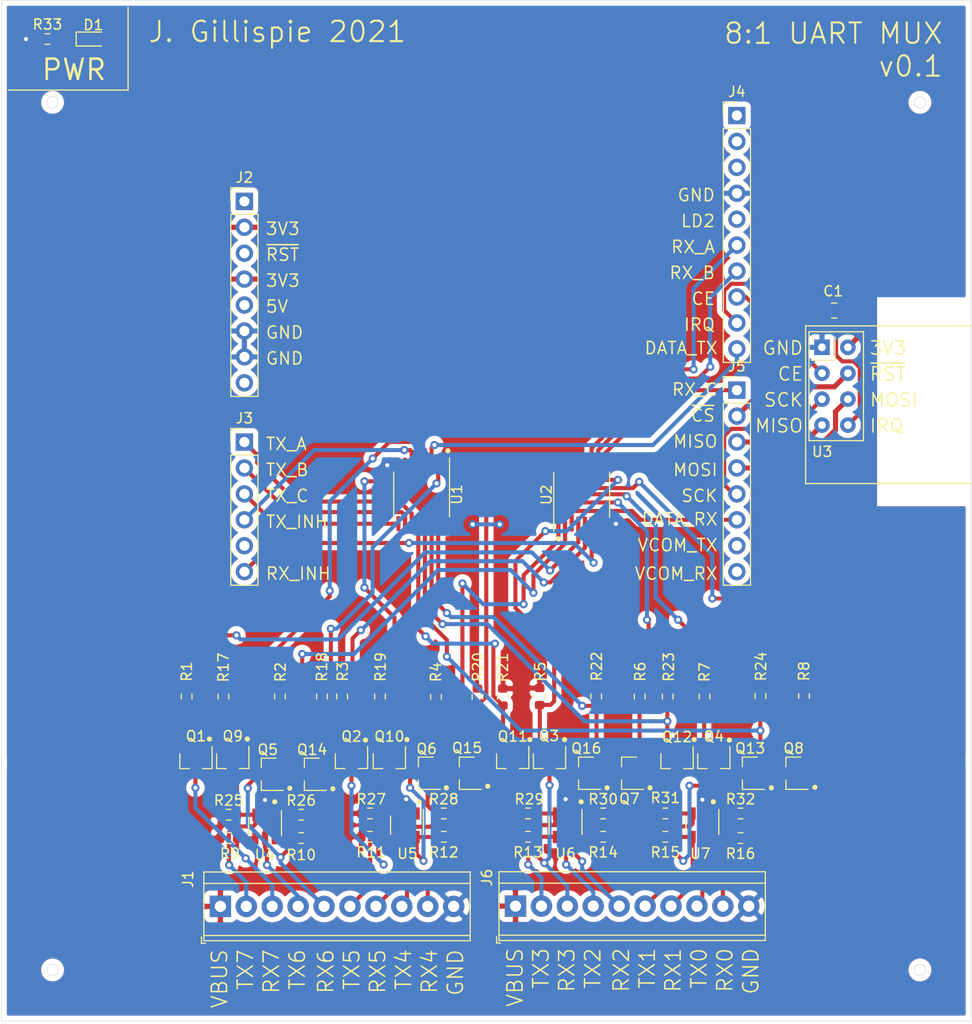
<source format=kicad_pcb>
(kicad_pcb (version 20171130) (host pcbnew 5.1.7-a382d34a8~88~ubuntu18.04.1)
  (layers (0 F.Cu signal hide) (31 B.Cu signal) (34 B.Paste user) (35 F.Paste user) (36 B.SilkS user) (37 F.SilkS user) (38 B.Mask user) (39 F.Mask user) (44 Edge.Cuts user))
  (net 0 "")
  (net 1 "Net-(D1-Pad1)")
  (net 2 +3V3)
  (net 3 ~RST)
  (net 4 +5V)
  (net 5 GND)
  (net 6 TX_A)
  (net 7 TX_B)
  (net 8 TX_C)
  (net 9 TX_INH)
  (net 10 RX_INH)
  (net 11 LD2)
  (net 12 RX_A)
  (net 13 RX_B)
  (net 14 CE)
  (net 15 IRQ)
  (net 16 DATA_TX)
  (net 17 VCOM_RX)
  (net 18 VCOM_TX)
  (net 19 DATA_RX)
  (net 20 SCK)
  (net 21 MOSI)
  (net 22 MISO)
  (net 23 ~CS)
  (net 24 RX_C)
  (net 25 RX4)
  (net 26 TX4)
  (net 27 RX5)
  (net 28 TX5)
  (net 29 RX6)
  (net 30 TX6)
  (net 31 RX7)
  (net 32 TX7)
  (net 33 VBUS)
  (net 34 TX3)
  (net 35 RX3)
  (net 36 TX2)
  (net 37 RX2)
  (net 38 TX1)
  (net 39 RX1)
  (net 40 TX0)
  (net 41 RX0)
  (net 42 TX_CH6)
  (net 43 TX_CH4)
  (net 44 TX_CH2)
  (net 45 TX_CH0)
  (net 46 RX_CH6)
  (net 47 RX_CH4)
  (net 48 RX_CH2)
  (net 49 RX_CH0)
  (net 50 TX_CH7)
  (net 51 TX_CH5)
  (net 52 TX_CH3)
  (net 53 TX_CH1)
  (net 54 RX_CH7)
  (net 55 RX_CH5)
  (net 56 RX_CH3)
  (net 57 RX_CH1)
  (net 58 "Net-(U1-Pad7)")
  (net 59 "Net-(U2-Pad7)")
  (net 60 "Net-(U4-Pad1)")
  (net 61 "Net-(U5-Pad1)")
  (net 62 "Net-(J2-Pad1)")
  (net 63 "Net-(J2-Pad8)")
  (net 64 "Net-(J3-Pad5)")
  (net 65 "Net-(J4-Pad1)")
  (net 66 "Net-(J4-Pad2)")
  (net 67 "Net-(J4-Pad3)")
  (net 68 "Net-(U6-Pad1)")
  (net 69 "Net-(U7-Pad1)")
  (module Resistor_SMD:R_0603_1608Metric (layer F.Cu) (at 173.8884 118.2116 90)
    (fp_text reference R7 (at 2.3876 0 90) (layer F.SilkS))
    (fp_text value 10k)
    (pad 1 smd roundrect (at -0.825 0 90) (size 0.8 0.95) (layers F.Cu F.Paste F.Mask) (net 57 RX_CH1))
    (pad 2 smd roundrect (at 0.825 0 90) (size 0.8 0.95) (layers F.Cu F.Paste F.Mask) (net 2 +3V3))
  )
  (module Package_TO_SOT_SMD:SOT-23 (layer F.Cu) (at 162.306 125.73 180)
    (fp_text reference Q16 (at 0 2.4384) (layer F.SilkS))
    (fp_text value 2N7002)
    (pad 3 smd rect (at 1 0 180) (size 0.9 0.8) (layers F.Cu F.Paste F.Mask) (net 36 TX2))
    (pad 2 smd rect (at -1 0.95 180) (size 0.9 0.8) (layers F.Cu F.Paste F.Mask) (net 44 TX_CH2))
    (pad 1 smd rect (at -1 -0.95 180) (size 0.9 0.8) (layers F.Cu F.Paste F.Mask) (net 33 VBUS))
  )
  (module Package_TO_SOT_SMD:SOT-23 (layer F.Cu) (at 150.622 125.73 180)
    (fp_text reference Q15 (at 0 2.4765) (layer F.SilkS))
    (fp_text value 2N7002)
    (pad 3 smd rect (at 1 0 180) (size 0.9 0.8) (layers F.Cu F.Paste F.Mask) (net 26 TX4))
    (pad 2 smd rect (at -1 0.95 180) (size 0.9 0.8) (layers F.Cu F.Paste F.Mask) (net 43 TX_CH4))
    (pad 1 smd rect (at -1 -0.95 180) (size 0.9 0.8) (layers F.Cu F.Paste F.Mask) (net 33 VBUS))
  )
  (module Package_TO_SOT_SMD:SOT-23 (layer F.Cu) (at 135.4328 125.8316 180)
    (fp_text reference Q14 (at 0 2.413) (layer F.SilkS))
    (fp_text value 2N7002)
    (pad 3 smd rect (at 1 0 180) (size 0.9 0.8) (layers F.Cu F.Paste F.Mask) (net 30 TX6))
    (pad 2 smd rect (at -1 0.95 180) (size 0.9 0.8) (layers F.Cu F.Paste F.Mask) (net 42 TX_CH6))
    (pad 1 smd rect (at -1 -0.95 180) (size 0.9 0.8) (layers F.Cu F.Paste F.Mask) (net 33 VBUS))
  )
  (module Package_TO_SOT_SMD:SOT-23 (layer F.Cu) (at 178.3588 125.73 180)
    (fp_text reference Q13 (at 0 2.4384) (layer F.SilkS))
    (fp_text value 2N7002)
    (pad 3 smd rect (at 1 0 180) (size 0.9 0.8) (layers F.Cu F.Paste F.Mask) (net 40 TX0))
    (pad 2 smd rect (at -1 0.95 180) (size 0.9 0.8) (layers F.Cu F.Paste F.Mask) (net 45 TX_CH0))
    (pad 1 smd rect (at -1 -0.95 180) (size 0.9 0.8) (layers F.Cu F.Paste F.Mask) (net 33 VBUS))
  )
  (module Package_TO_SOT_SMD:SOT-23 (layer F.Cu) (at 171.196 124.5108 270)
    (fp_text reference Q12 (at -2.3368 0 180) (layer F.SilkS))
    (fp_text value 2N7002)
    (pad 3 smd rect (at 1 0 270) (size 0.9 0.8) (layers F.Cu F.Paste F.Mask) (net 38 TX1))
    (pad 2 smd rect (at -1 0.95 270) (size 0.9 0.8) (layers F.Cu F.Paste F.Mask) (net 53 TX_CH1))
    (pad 1 smd rect (at -1 -0.95 270) (size 0.9 0.8) (layers F.Cu F.Paste F.Mask) (net 2 +3V3))
  )
  (module Package_TO_SOT_SMD:SOT-23 (layer F.Cu) (at 155.0924 124.5108 270)
    (fp_text reference Q11 (at -2.3876 0 180) (layer F.SilkS))
    (fp_text value 2N7002)
    (pad 3 smd rect (at 1 0 270) (size 0.9 0.8) (layers F.Cu F.Paste F.Mask) (net 34 TX3))
    (pad 2 smd rect (at -1 0.95 270) (size 0.9 0.8) (layers F.Cu F.Paste F.Mask) (net 52 TX_CH3))
    (pad 1 smd rect (at -1 -0.95 270) (size 0.9 0.8) (layers F.Cu F.Paste F.Mask) (net 2 +3V3))
  )
  (module Package_TO_SOT_SMD:SOT-23 (layer F.Cu) (at 143.002 124.5108 270)
    (fp_text reference Q10 (at -2.3876 0 180) (layer F.SilkS))
    (fp_text value 2N7002)
    (pad 3 smd rect (at 1 0 270) (size 0.9 0.8) (layers F.Cu F.Paste F.Mask) (net 28 TX5))
    (pad 2 smd rect (at -1 0.95 270) (size 0.9 0.8) (layers F.Cu F.Paste F.Mask) (net 51 TX_CH5))
    (pad 1 smd rect (at -1 -0.95 270) (size 0.9 0.8) (layers F.Cu F.Paste F.Mask) (net 2 +3V3))
  )
  (module Package_TO_SOT_SMD:SOT-23 (layer F.Cu) (at 127.6604 124.5108 270)
    (fp_text reference Q9 (at -2.413 0 180) (layer F.SilkS))
    (fp_text value 2N7002)
    (pad 3 smd rect (at 1 0 270) (size 0.9 0.8) (layers F.Cu F.Paste F.Mask) (net 32 TX7))
    (pad 2 smd rect (at -1 0.95 270) (size 0.9 0.8) (layers F.Cu F.Paste F.Mask) (net 50 TX_CH7))
    (pad 1 smd rect (at -1 -0.95 270) (size 0.9 0.8) (layers F.Cu F.Paste F.Mask) (net 2 +3V3))
  )
  (module Package_TO_SOT_SMD:SOT-23 (layer F.Cu) (at 182.626 125.73 180)
    (fp_text reference Q8 (at 0 2.4384) (layer F.SilkS))
    (fp_text value 2N7002)
    (pad 3 smd rect (at 1 0 180) (size 0.9 0.8) (layers F.Cu F.Paste F.Mask) (net 41 RX0))
    (pad 2 smd rect (at -1 0.95 180) (size 0.9 0.8) (layers F.Cu F.Paste F.Mask) (net 49 RX_CH0))
    (pad 1 smd rect (at -1 -0.95 180) (size 0.9 0.8) (layers F.Cu F.Paste F.Mask) (net 33 VBUS))
  )
  (module Package_TO_SOT_SMD:SOT-23 (layer F.Cu) (at 166.5224 125.73 180)
    (fp_text reference Q7 (at 0 -2.5) (layer F.SilkS))
    (fp_text value 2N7002)
    (pad 3 smd rect (at 1 0 180) (size 0.9 0.8) (layers F.Cu F.Paste F.Mask) (net 37 RX2))
    (pad 2 smd rect (at -1 0.95 180) (size 0.9 0.8) (layers F.Cu F.Paste F.Mask) (net 48 RX_CH2))
    (pad 1 smd rect (at -1 -0.95 180) (size 0.9 0.8) (layers F.Cu F.Paste F.Mask) (net 33 VBUS))
  )
  (module Package_TO_SOT_SMD:SOT-23 (layer F.Cu) (at 146.6088 125.73 180)
    (fp_text reference Q6 (at -0.0508 2.3876) (layer F.SilkS))
    (fp_text value 2N7002)
    (pad 3 smd rect (at 1 0 180) (size 0.9 0.8) (layers F.Cu F.Paste F.Mask) (net 25 RX4))
    (pad 2 smd rect (at -1 0.95 180) (size 0.9 0.8) (layers F.Cu F.Paste F.Mask) (net 47 RX_CH4))
    (pad 1 smd rect (at -1 -0.95 180) (size 0.9 0.8) (layers F.Cu F.Paste F.Mask) (net 33 VBUS))
  )
  (module Package_TO_SOT_SMD:SOT-23 (layer F.Cu) (at 174.8028 124.5108 270)
    (fp_text reference Q4 (at -2.3876 0 180) (layer F.SilkS))
    (fp_text value 2N7002)
    (pad 3 smd rect (at 1 0 270) (size 0.9 0.8) (layers F.Cu F.Paste F.Mask) (net 39 RX1))
    (pad 2 smd rect (at -1 0.95 270) (size 0.9 0.8) (layers F.Cu F.Paste F.Mask) (net 57 RX_CH1))
    (pad 1 smd rect (at -1 -0.95 270) (size 0.9 0.8) (layers F.Cu F.Paste F.Mask) (net 2 +3V3))
  )
  (module Package_TO_SOT_SMD:SOT-23 (layer F.Cu) (at 158.6992 124.5108 270)
    (fp_text reference Q3 (at -2.4384 0.0508 180) (layer F.SilkS))
    (fp_text value 2N7002)
    (pad 3 smd rect (at 1 0 270) (size 0.9 0.8) (layers F.Cu F.Paste F.Mask) (net 35 RX3))
    (pad 2 smd rect (at -1 0.95 270) (size 0.9 0.8) (layers F.Cu F.Paste F.Mask) (net 56 RX_CH3))
    (pad 1 smd rect (at -1 -0.95 270) (size 0.9 0.8) (layers F.Cu F.Paste F.Mask) (net 2 +3V3))
  )
  (module Package_TO_SOT_SMD:SOT-23 (layer F.Cu) (at 139.2936 124.5108 270)
    (fp_text reference Q2 (at -2.3876 0 180) (layer F.SilkS))
    (fp_text value 2N7002)
    (pad 3 smd rect (at 1 0 270) (size 0.9 0.8) (layers F.Cu F.Paste F.Mask) (net 27 RX5))
    (pad 2 smd rect (at -1 0.95 270) (size 0.9 0.8) (layers F.Cu F.Paste F.Mask) (net 55 RX_CH5))
    (pad 1 smd rect (at -1 -0.95 270) (size 0.9 0.8) (layers F.Cu F.Paste F.Mask) (net 2 +3V3))
  )
  (module Package_TO_SOT_SMD:SOT-23 (layer F.Cu) (at 124.0536 124.5108 270)
    (fp_text reference Q1 (at -2.413 0 180) (layer F.SilkS))
    (fp_text value 2N7002)
    (pad 1 smd rect (at -1 -0.95 270) (size 0.9 0.8) (layers F.Cu F.Paste F.Mask) (net 2 +3V3))
    (pad 2 smd rect (at -1 0.95 270) (size 0.9 0.8) (layers F.Cu F.Paste F.Mask) (net 54 RX_CH7))
    (pad 3 smd rect (at 1 0 270) (size 0.9 0.8) (layers F.Cu F.Paste F.Mask) (net 31 RX7))
  )
  (module LED_SMD:LED_0603_1608Metric_Castellated (layer F.Cu) (at 114 53.8)
    (fp_text reference D1 (at 0 -1.38) (layer F.SilkS))
    (fp_text value BLUE)
    (pad 1 smd roundrect (at -0.8125 0) (size 1.225 0.85) (layers F.Cu F.Paste F.Mask) (net 1 "Net-(D1-Pad1)"))
    (pad 2 smd roundrect (at 0.8125 0) (size 1.225 0.85) (layers F.Cu F.Paste F.Mask) (net 2 +3V3))
  )
  (module Connector_PinHeader_2.54mm:PinHeader_1x08_P2.54mm_Vertical (layer F.Cu) (at 128.8 69.7)
    (fp_text reference J2 (at 0 -2.33) (layer F.SilkS))
    (fp_text value CN6)
    (pad 1 thru_hole rect (at 0 0) (size 1.7 1.7) (drill 1) (layers *.Cu *.Mask) (net 62 "Net-(J2-Pad1)"))
    (pad 2 thru_hole oval (at 0 2.54) (size 1.7 1.7) (drill 1) (layers *.Cu *.Mask) (net 2 +3V3))
    (pad 3 thru_hole oval (at 0 5.08) (size 1.7 1.7) (drill 1) (layers *.Cu *.Mask) (net 3 ~RST))
    (pad 4 thru_hole oval (at 0 7.62) (size 1.7 1.7) (drill 1) (layers *.Cu *.Mask) (net 2 +3V3))
    (pad 5 thru_hole oval (at 0 10.16) (size 1.7 1.7) (drill 1) (layers *.Cu *.Mask) (net 4 +5V))
    (pad 6 thru_hole oval (at 0 12.7) (size 1.7 1.7) (drill 1) (layers *.Cu *.Mask) (net 5 GND))
    (pad 7 thru_hole oval (at 0 15.24) (size 1.7 1.7) (drill 1) (layers *.Cu *.Mask) (net 5 GND))
    (pad 8 thru_hole oval (at 0 17.78) (size 1.7 1.7) (drill 1) (layers *.Cu *.Mask) (net 63 "Net-(J2-Pad8)"))
  )
  (module Connector_PinHeader_2.54mm:PinHeader_1x06_P2.54mm_Vertical (layer F.Cu) (at 128.8 93.28)
    (fp_text reference J3 (at 0 -2.33) (layer F.SilkS))
    (fp_text value CN8)
    (pad 1 thru_hole rect (at 0 0) (size 1.7 1.7) (drill 1) (layers *.Cu *.Mask) (net 6 TX_A))
    (pad 2 thru_hole oval (at 0 2.54) (size 1.7 1.7) (drill 1) (layers *.Cu *.Mask) (net 7 TX_B))
    (pad 3 thru_hole oval (at 0 5.08) (size 1.7 1.7) (drill 1) (layers *.Cu *.Mask) (net 8 TX_C))
    (pad 4 thru_hole oval (at 0 7.62) (size 1.7 1.7) (drill 1) (layers *.Cu *.Mask) (net 9 TX_INH))
    (pad 5 thru_hole oval (at 0 10.16) (size 1.7 1.7) (drill 1) (layers *.Cu *.Mask) (net 64 "Net-(J3-Pad5)"))
    (pad 6 thru_hole oval (at 0 12.7) (size 1.7 1.7) (drill 1) (layers *.Cu *.Mask) (net 10 RX_INH))
  )
  (module Connector_PinHeader_2.54mm:PinHeader_1x10_P2.54mm_Vertical (layer F.Cu) (at 177.06 61.29)
    (fp_text reference J4 (at 0 -2.33) (layer F.SilkS))
    (fp_text value CN5)
    (pad 1 thru_hole rect (at 0 0) (size 1.7 1.7) (drill 1) (layers *.Cu *.Mask) (net 65 "Net-(J4-Pad1)"))
    (pad 2 thru_hole oval (at 0 2.54) (size 1.7 1.7) (drill 1) (layers *.Cu *.Mask) (net 66 "Net-(J4-Pad2)"))
    (pad 3 thru_hole oval (at 0 5.08) (size 1.7 1.7) (drill 1) (layers *.Cu *.Mask) (net 67 "Net-(J4-Pad3)"))
    (pad 4 thru_hole oval (at 0 7.62) (size 1.7 1.7) (drill 1) (layers *.Cu *.Mask) (net 5 GND))
    (pad 5 thru_hole oval (at 0 10.16) (size 1.7 1.7) (drill 1) (layers *.Cu *.Mask) (net 11 LD2))
    (pad 6 thru_hole oval (at 0 12.7) (size 1.7 1.7) (drill 1) (layers *.Cu *.Mask) (net 12 RX_A))
    (pad 7 thru_hole oval (at 0 15.24) (size 1.7 1.7) (drill 1) (layers *.Cu *.Mask) (net 13 RX_B))
    (pad 8 thru_hole oval (at 0 17.78) (size 1.7 1.7) (drill 1) (layers *.Cu *.Mask) (net 14 CE))
    (pad 9 thru_hole oval (at 0 20.32) (size 1.7 1.7) (drill 1) (layers *.Cu *.Mask) (net 15 IRQ))
    (pad 10 thru_hole oval (at 0 22.86) (size 1.7 1.7) (drill 1) (layers *.Cu *.Mask) (net 16 DATA_TX))
  )
  (module Connector_PinHeader_2.54mm:PinHeader_1x08_P2.54mm_Vertical (layer F.Cu) (at 177.06 88.2)
    (fp_text reference J5 (at 0 -2.33) (layer F.SilkS))
    (fp_text value CN9)
    (pad 8 thru_hole oval (at 0 17.78) (size 1.7 1.7) (drill 1) (layers *.Cu *.Mask) (net 17 VCOM_RX))
    (pad 7 thru_hole oval (at 0 15.24) (size 1.7 1.7) (drill 1) (layers *.Cu *.Mask) (net 18 VCOM_TX))
    (pad 6 thru_hole oval (at 0 12.7) (size 1.7 1.7) (drill 1) (layers *.Cu *.Mask) (net 19 DATA_RX))
    (pad 5 thru_hole oval (at 0 10.16) (size 1.7 1.7) (drill 1) (layers *.Cu *.Mask) (net 20 SCK))
    (pad 4 thru_hole oval (at 0 7.62) (size 1.7 1.7) (drill 1) (layers *.Cu *.Mask) (net 21 MOSI))
    (pad 3 thru_hole oval (at 0 5.08) (size 1.7 1.7) (drill 1) (layers *.Cu *.Mask) (net 22 MISO))
    (pad 2 thru_hole oval (at 0 2.54) (size 1.7 1.7) (drill 1) (layers *.Cu *.Mask) (net 23 ~CS))
    (pad 1 thru_hole rect (at 0 0) (size 1.7 1.7) (drill 1) (layers *.Cu *.Mask) (net 24 RX_C))
  )
  (module TerminalBlock_TE-Connectivity:TerminalBlock_TE_1-282834-0_1x10_P2.54mm_Horizontal (layer F.Cu) (at 126.447 138.773)
    (fp_text reference J1 (at -3.175 -2.667 -90) (layer F.SilkS))
    (fp_text value Screw_Terminal_01x10)
    (pad 10 thru_hole circle (at 22.86 0) (size 2.1 2.1) (drill 1.1) (layers *.Cu *.Mask) (net 5 GND))
    (pad 9 thru_hole circle (at 20.32 0) (size 2.1 2.1) (drill 1.1) (layers *.Cu *.Mask) (net 25 RX4))
    (pad 8 thru_hole circle (at 17.78 0) (size 2.1 2.1) (drill 1.1) (layers *.Cu *.Mask) (net 26 TX4))
    (pad 7 thru_hole circle (at 15.24 0) (size 2.1 2.1) (drill 1.1) (layers *.Cu *.Mask) (net 27 RX5))
    (pad 6 thru_hole circle (at 12.7 0) (size 2.1 2.1) (drill 1.1) (layers *.Cu *.Mask) (net 28 TX5))
    (pad 5 thru_hole circle (at 10.16 0) (size 2.1 2.1) (drill 1.1) (layers *.Cu *.Mask) (net 29 RX6))
    (pad 4 thru_hole circle (at 7.62 0) (size 2.1 2.1) (drill 1.1) (layers *.Cu *.Mask) (net 30 TX6))
    (pad 3 thru_hole circle (at 5.08 0) (size 2.1 2.1) (drill 1.1) (layers *.Cu *.Mask) (net 31 RX7))
    (pad 2 thru_hole circle (at 2.54 0) (size 2.1 2.1) (drill 1.1) (layers *.Cu *.Mask) (net 32 TX7))
    (pad 1 thru_hole rect (at 0 0) (size 2.1 2.1) (drill 1.1) (layers *.Cu *.Mask) (net 33 VBUS))
  )
  (module TerminalBlock_TE-Connectivity:TerminalBlock_TE_1-282834-0_1x10_P2.54mm_Horizontal (layer F.Cu) (at 155.367 138.746)
    (fp_text reference J6 (at -2.8 -2.8 -90) (layer F.SilkS))
    (fp_text value Screw_Terminal_01x10)
    (pad 1 thru_hole rect (at 0 0) (size 2.1 2.1) (drill 1.1) (layers *.Cu *.Mask) (net 33 VBUS))
    (pad 2 thru_hole circle (at 2.54 0) (size 2.1 2.1) (drill 1.1) (layers *.Cu *.Mask) (net 34 TX3))
    (pad 3 thru_hole circle (at 5.08 0) (size 2.1 2.1) (drill 1.1) (layers *.Cu *.Mask) (net 35 RX3))
    (pad 4 thru_hole circle (at 7.62 0) (size 2.1 2.1) (drill 1.1) (layers *.Cu *.Mask) (net 36 TX2))
    (pad 5 thru_hole circle (at 10.16 0) (size 2.1 2.1) (drill 1.1) (layers *.Cu *.Mask) (net 37 RX2))
    (pad 6 thru_hole circle (at 12.7 0) (size 2.1 2.1) (drill 1.1) (layers *.Cu *.Mask) (net 38 TX1))
    (pad 7 thru_hole circle (at 15.24 0) (size 2.1 2.1) (drill 1.1) (layers *.Cu *.Mask) (net 39 RX1))
    (pad 8 thru_hole circle (at 17.78 0) (size 2.1 2.1) (drill 1.1) (layers *.Cu *.Mask) (net 40 TX0))
    (pad 9 thru_hole circle (at 20.32 0) (size 2.1 2.1) (drill 1.1) (layers *.Cu *.Mask) (net 41 RX0))
    (pad 10 thru_hole circle (at 22.86 0) (size 2.1 2.1) (drill 1.1) (layers *.Cu *.Mask) (net 5 GND))
  )
  (module Resistor_SMD:R_0603_1608Metric (layer F.Cu) (at 136.398 118.2116 90)
    (fp_text reference R18 (at 2.8956 0 90) (layer F.SilkS))
    (fp_text value 10k)
    (pad 1 smd roundrect (at -0.825 0 90) (size 0.8 0.95) (layers F.Cu F.Paste F.Mask) (net 42 TX_CH6))
    (pad 2 smd roundrect (at 0.825 0 90) (size 0.8 0.95) (layers F.Cu F.Paste F.Mask) (net 2 +3V3))
  )
  (module Resistor_SMD:R_0603_1608Metric (layer F.Cu) (at 151.638 118.2624 90)
    (fp_text reference R20 (at 2.9464 0.0508 90) (layer F.SilkS))
    (fp_text value 10k)
    (pad 2 smd roundrect (at 0.825 0 90) (size 0.8 0.95) (layers F.Cu F.Paste F.Mask) (net 2 +3V3))
    (pad 1 smd roundrect (at -0.825 0 90) (size 0.8 0.95) (layers F.Cu F.Paste F.Mask) (net 43 TX_CH4))
  )
  (module Resistor_SMD:R_0603_1608Metric (layer F.Cu) (at 163.2712 118.2116 90)
    (fp_text reference R22 (at 2.9464 0.0508 90) (layer F.SilkS))
    (fp_text value 10k)
    (pad 2 smd roundrect (at 0.825 0 90) (size 0.8 0.95) (layers F.Cu F.Paste F.Mask) (net 2 +3V3))
    (pad 1 smd roundrect (at -0.825 0 90) (size 0.8 0.95) (layers F.Cu F.Paste F.Mask) (net 44 TX_CH2))
  )
  (module Resistor_SMD:R_0603_1608Metric (layer F.Cu) (at 179.3748 118.1608 90)
    (fp_text reference R24 (at 2.8956 0.0508 90) (layer F.SilkS))
    (fp_text value 10k)
    (pad 2 smd roundrect (at 0.825 0 90) (size 0.8 0.95) (layers F.Cu F.Paste F.Mask) (net 2 +3V3))
    (pad 1 smd roundrect (at -0.825 0 90) (size 0.8 0.95) (layers F.Cu F.Paste F.Mask) (net 45 TX_CH0))
  )
  (module Resistor_SMD:R_0603_1608Metric (layer F.Cu) (at 132.2832 118.2116 90)
    (fp_text reference R2 (at 2.3876 0.0508 90) (layer F.SilkS))
    (fp_text value 10k)
    (pad 2 smd roundrect (at 0.825 0 90) (size 0.8 0.95) (layers F.Cu F.Paste F.Mask) (net 2 +3V3))
    (pad 1 smd roundrect (at -0.825 0 90) (size 0.8 0.95) (layers F.Cu F.Paste F.Mask) (net 46 RX_CH6))
  )
  (module Resistor_SMD:R_0603_1608Metric (layer F.Cu) (at 147.574 118.2624 90)
    (fp_text reference R4 (at 2.4384 0 90) (layer F.SilkS))
    (fp_text value 10k)
    (pad 1 smd roundrect (at -0.825 0 90) (size 0.8 0.95) (layers F.Cu F.Paste F.Mask) (net 47 RX_CH4))
    (pad 2 smd roundrect (at 0.825 0 90) (size 0.8 0.95) (layers F.Cu F.Paste F.Mask) (net 2 +3V3))
  )
  (module Resistor_SMD:R_0603_1608Metric (layer F.Cu) (at 167.5384 118.2116 90)
    (fp_text reference R6 (at 2.4384 0.0508 90) (layer F.SilkS))
    (fp_text value 10k)
    (pad 2 smd roundrect (at 0.825 0 90) (size 0.8 0.95) (layers F.Cu F.Paste F.Mask) (net 2 +3V3))
    (pad 1 smd roundrect (at -0.825 0 90) (size 0.8 0.95) (layers F.Cu F.Paste F.Mask) (net 48 RX_CH2))
  )
  (module Resistor_SMD:R_0603_1608Metric (layer F.Cu) (at 183.642 118.1608 90)
    (fp_text reference R8 (at 2.425 0 90) (layer F.SilkS))
    (fp_text value 10k)
    (pad 2 smd roundrect (at 0.825 0 90) (size 0.8 0.95) (layers F.Cu F.Paste F.Mask) (net 2 +3V3))
    (pad 1 smd roundrect (at -0.825 0 90) (size 0.8 0.95) (layers F.Cu F.Paste F.Mask) (net 49 RX_CH0))
  )
  (module Resistor_SMD:R_0603_1608Metric (layer F.Cu) (at 126.746 118.2116 90)
    (fp_text reference R17 (at 2.8448 0 90) (layer F.SilkS))
    (fp_text value 10k)
    (pad 2 smd roundrect (at 0.825 0 90) (size 0.8 0.95) (layers F.Cu F.Paste F.Mask) (net 2 +3V3))
    (pad 1 smd roundrect (at -0.825 0 90) (size 0.8 0.95) (layers F.Cu F.Paste F.Mask) (net 50 TX_CH7))
  )
  (module Resistor_SMD:R_0603_1608Metric (layer F.Cu) (at 142.0876 118.2116 90)
    (fp_text reference R19 (at 2.8956 0.0508 90) (layer F.SilkS))
    (fp_text value 10k)
    (pad 1 smd roundrect (at -0.825 0 90) (size 0.8 0.95) (layers F.Cu F.Paste F.Mask) (net 51 TX_CH5))
    (pad 2 smd roundrect (at 0.825 0 90) (size 0.8 0.95) (layers F.Cu F.Paste F.Mask) (net 2 +3V3))
  )
  (module Resistor_SMD:R_0603_1608Metric (layer F.Cu) (at 154.1272 118.2624 90)
    (fp_text reference R21 (at 2.8956 0 90) (layer F.SilkS))
    (fp_text value 10k)
    (pad 1 smd roundrect (at -0.825 0 90) (size 0.8 0.95) (layers F.Cu F.Paste F.Mask) (net 52 TX_CH3))
    (pad 2 smd roundrect (at 0.825 0 90) (size 0.8 0.95) (layers F.Cu F.Paste F.Mask) (net 2 +3V3))
  )
  (module Resistor_SMD:R_0603_1608Metric (layer F.Cu) (at 170.2816 118.2116 90)
    (fp_text reference R23 (at 2.8956 0.1016 90) (layer F.SilkS))
    (fp_text value 10k)
    (pad 1 smd roundrect (at -0.825 0 90) (size 0.8 0.95) (layers F.Cu F.Paste F.Mask) (net 53 TX_CH1))
    (pad 2 smd roundrect (at 0.825 0 90) (size 0.8 0.95) (layers F.Cu F.Paste F.Mask) (net 2 +3V3))
  )
  (module Resistor_SMD:R_0603_1608Metric (layer F.Cu) (at 123.1392 118.2116 90)
    (fp_text reference R1 (at 2.4384 0 90) (layer F.SilkS))
    (fp_text value 10k)
    (pad 1 smd roundrect (at -0.825 0 90) (size 0.8 0.95) (layers F.Cu F.Paste F.Mask) (net 54 RX_CH7))
    (pad 2 smd roundrect (at 0.825 0 90) (size 0.8 0.95) (layers F.Cu F.Paste F.Mask) (net 2 +3V3))
  )
  (module Resistor_SMD:R_0603_1608Metric (layer F.Cu) (at 138.3792 118.2116 90)
    (fp_text reference R3 (at 2.4384 0.0508 90) (layer F.SilkS))
    (fp_text value 10k)
    (pad 1 smd roundrect (at -0.825 0 90) (size 0.8 0.95) (layers F.Cu F.Paste F.Mask) (net 55 RX_CH5))
    (pad 2 smd roundrect (at 0.825 0 90) (size 0.8 0.95) (layers F.Cu F.Paste F.Mask) (net 2 +3V3))
  )
  (module Resistor_SMD:R_0603_1608Metric (layer F.Cu) (at 157.734 118.2116 90)
    (fp_text reference R5 (at 2.4384 0.0508 90) (layer F.SilkS))
    (fp_text value 10k)
    (pad 1 smd roundrect (at -0.825 0 90) (size 0.8 0.95) (layers F.Cu F.Paste F.Mask) (net 56 RX_CH3))
    (pad 2 smd roundrect (at 0.825 0 90) (size 0.8 0.95) (layers F.Cu F.Paste F.Mask) (net 2 +3V3))
  )
  (module Resistor_SMD:R_0603_1608Metric (layer F.Cu) (at 127.254 129.794)
    (fp_text reference R25 (at 0 -1.397) (layer F.SilkS))
    (fp_text value 10k)
    (pad 1 smd roundrect (at -0.825 0) (size 0.8 0.95) (layers F.Cu F.Paste F.Mask) (net 33 VBUS))
    (pad 2 smd roundrect (at 0.825 0) (size 0.8 0.95) (layers F.Cu F.Paste F.Mask) (net 32 TX7))
  )
  (module Resistor_SMD:R_0603_1608Metric (layer F.Cu) (at 141.097 129.667)
    (fp_text reference R27 (at 0.127 -1.397) (layer F.SilkS))
    (fp_text value 10k)
    (pad 2 smd roundrect (at 0.825 0) (size 0.8 0.95) (layers F.Cu F.Paste F.Mask) (net 28 TX5))
    (pad 1 smd roundrect (at -0.825 0) (size 0.8 0.95) (layers F.Cu F.Paste F.Mask) (net 33 VBUS))
  )
  (module Resistor_SMD:R_0603_1608Metric (layer F.Cu) (at 156.591 129.667)
    (fp_text reference R29 (at 0.127 -1.397) (layer F.SilkS))
    (fp_text value 10k)
    (pad 2 smd roundrect (at 0.825 0) (size 0.8 0.95) (layers F.Cu F.Paste F.Mask) (net 34 TX3))
    (pad 1 smd roundrect (at -0.825 0) (size 0.8 0.95) (layers F.Cu F.Paste F.Mask) (net 33 VBUS))
  )
  (module Resistor_SMD:R_0603_1608Metric (layer F.Cu) (at 170.053 129.667)
    (fp_text reference R31 (at 0 -1.524) (layer F.SilkS))
    (fp_text value 10k)
    (pad 2 smd roundrect (at 0.825 0) (size 0.8 0.95) (layers F.Cu F.Paste F.Mask) (net 38 TX1))
    (pad 1 smd roundrect (at -0.825 0) (size 0.8 0.95) (layers F.Cu F.Paste F.Mask) (net 33 VBUS))
  )
  (module Resistor_SMD:R_0603_1608Metric (layer F.Cu) (at 127.254 132.08)
    (fp_text reference R9 (at 0.127 1.524) (layer F.SilkS))
    (fp_text value 10k)
    (pad 2 smd roundrect (at 0.825 0) (size 0.8 0.95) (layers F.Cu F.Paste F.Mask) (net 31 RX7))
    (pad 1 smd roundrect (at -0.825 0) (size 0.8 0.95) (layers F.Cu F.Paste F.Mask) (net 33 VBUS))
  )
  (module Resistor_SMD:R_0603_1608Metric (layer F.Cu) (at 141.097 131.953)
    (fp_text reference R11 (at 0.127 1.524) (layer F.SilkS))
    (fp_text value 10k)
    (pad 2 smd roundrect (at 0.825 0) (size 0.8 0.95) (layers F.Cu F.Paste F.Mask) (net 27 RX5))
    (pad 1 smd roundrect (at -0.825 0) (size 0.8 0.95) (layers F.Cu F.Paste F.Mask) (net 33 VBUS))
  )
  (module Resistor_SMD:R_0603_1608Metric (layer F.Cu) (at 156.591 131.953)
    (fp_text reference R13 (at 0 1.524) (layer F.SilkS))
    (fp_text value 10k)
    (pad 2 smd roundrect (at 0.825 0) (size 0.8 0.95) (layers F.Cu F.Paste F.Mask) (net 35 RX3))
    (pad 1 smd roundrect (at -0.825 0) (size 0.8 0.95) (layers F.Cu F.Paste F.Mask) (net 33 VBUS))
  )
  (module Resistor_SMD:R_0603_1608Metric (layer F.Cu) (at 170.053 131.953)
    (fp_text reference R15 (at 0 1.524) (layer F.SilkS))
    (fp_text value 10k)
    (pad 2 smd roundrect (at 0.825 0) (size 0.8 0.95) (layers F.Cu F.Paste F.Mask) (net 39 RX1))
    (pad 1 smd roundrect (at -0.825 0) (size 0.8 0.95) (layers F.Cu F.Paste F.Mask) (net 33 VBUS))
  )
  (module Resistor_SMD:R_0603_1608Metric (layer F.Cu) (at 134.366 129.794 180)
    (fp_text reference R26 (at 0 1.397) (layer F.SilkS))
    (fp_text value 10k)
    (pad 2 smd roundrect (at 0.825 0 180) (size 0.8 0.95) (layers F.Cu F.Paste F.Mask) (net 30 TX6))
    (pad 1 smd roundrect (at -0.825 0 180) (size 0.8 0.95) (layers F.Cu F.Paste F.Mask) (net 33 VBUS))
  )
  (module Resistor_SMD:R_0603_1608Metric (layer F.Cu) (at 148.336 129.667 180)
    (fp_text reference R28 (at 0 1.397) (layer F.SilkS))
    (fp_text value 10k)
    (pad 1 smd roundrect (at -0.825 0 180) (size 0.8 0.95) (layers F.Cu F.Paste F.Mask) (net 33 VBUS))
    (pad 2 smd roundrect (at 0.825 0 180) (size 0.8 0.95) (layers F.Cu F.Paste F.Mask) (net 26 TX4))
  )
  (module Resistor_SMD:R_0603_1608Metric (layer F.Cu) (at 163.957 129.667 180)
    (fp_text reference R30 (at 0 1.397) (layer F.SilkS))
    (fp_text value 10k)
    (pad 1 smd roundrect (at -0.825 0 180) (size 0.8 0.95) (layers F.Cu F.Paste F.Mask) (net 33 VBUS))
    (pad 2 smd roundrect (at 0.825 0 180) (size 0.8 0.95) (layers F.Cu F.Paste F.Mask) (net 36 TX2))
  )
  (module Resistor_SMD:R_0603_1608Metric (layer F.Cu) (at 177.419 129.667 180)
    (fp_text reference R32 (at 0 1.397) (layer F.SilkS))
    (fp_text value 10k)
    (pad 1 smd roundrect (at -0.825 0 180) (size 0.8 0.95) (layers F.Cu F.Paste F.Mask) (net 33 VBUS))
    (pad 2 smd roundrect (at 0.825 0 180) (size 0.8 0.95) (layers F.Cu F.Paste F.Mask) (net 40 TX0))
  )
  (module Resistor_SMD:R_0603_1608Metric (layer F.Cu) (at 134.366 132.08 180)
    (fp_text reference R10 (at 0 -1.651) (layer F.SilkS))
    (fp_text value 10k)
    (pad 2 smd roundrect (at 0.825 0 180) (size 0.8 0.95) (layers F.Cu F.Paste F.Mask) (net 29 RX6))
    (pad 1 smd roundrect (at -0.825 0 180) (size 0.8 0.95) (layers F.Cu F.Paste F.Mask) (net 33 VBUS))
  )
  (module Resistor_SMD:R_0603_1608Metric (layer F.Cu) (at 148.336 131.953 180)
    (fp_text reference R12 (at 0 -1.524) (layer F.SilkS))
    (fp_text value 10k)
    (pad 1 smd roundrect (at -0.825 0 180) (size 0.8 0.95) (layers F.Cu F.Paste F.Mask) (net 33 VBUS))
    (pad 2 smd roundrect (at 0.825 0 180) (size 0.8 0.95) (layers F.Cu F.Paste F.Mask) (net 25 RX4))
  )
  (module Resistor_SMD:R_0603_1608Metric (layer F.Cu) (at 163.957 131.953 180)
    (fp_text reference R14 (at 0 -1.524) (layer F.SilkS))
    (fp_text value 10k)
    (pad 1 smd roundrect (at -0.825 0 180) (size 0.8 0.95) (layers F.Cu F.Paste F.Mask) (net 33 VBUS))
    (pad 2 smd roundrect (at 0.825 0 180) (size 0.8 0.95) (layers F.Cu F.Paste F.Mask) (net 37 RX2))
  )
  (module Resistor_SMD:R_0603_1608Metric (layer F.Cu) (at 177.419 132.08 180)
    (fp_text reference R16 (at 0 -1.524) (layer F.SilkS))
    (fp_text value 10k)
    (pad 1 smd roundrect (at -0.825 0 180) (size 0.8 0.95) (layers F.Cu F.Paste F.Mask) (net 33 VBUS))
    (pad 2 smd roundrect (at 0.825 0 180) (size 0.8 0.95) (layers F.Cu F.Paste F.Mask) (net 41 RX0))
  )
  (module Resistor_SMD:R_0603_1608Metric (layer F.Cu) (at 109.5 53.8)
    (fp_text reference R33 (at 0 -1.43) (layer F.SilkS))
    (fp_text value 1k5)
    (pad 1 smd roundrect (at -0.825 0) (size 0.8 0.95) (layers F.Cu F.Paste F.Mask) (net 5 GND))
    (pad 2 smd roundrect (at 0.825 0) (size 0.8 0.95) (layers F.Cu F.Paste F.Mask) (net 1 "Net-(D1-Pad1)"))
  )
  (module my_lib:M74HC4851_ST_TSSOP-16 (layer F.Cu) (at 146.1664 98.4204 270)
    (fp_text reference U1 (at 0 -3.45 90) (layer F.SilkS))
    (fp_text value M74HC4851)
    (pad 16 smd roundrect (at 2.8625 -2.275 270) (size 1.475 0.4) (layers F.Cu F.Paste F.Mask) (net 2 +3V3))
    (pad 15 smd roundrect (at 2.8625 -1.625 270) (size 1.475 0.4) (layers F.Cu F.Paste F.Mask) (net 44 TX_CH2))
    (pad 14 smd roundrect (at 2.8625 -0.975 270) (size 1.475 0.4) (layers F.Cu F.Paste F.Mask) (net 53 TX_CH1))
    (pad 13 smd roundrect (at 2.8625 -0.325 270) (size 1.475 0.4) (layers F.Cu F.Paste F.Mask) (net 45 TX_CH0))
    (pad 12 smd roundrect (at 2.8625 0.325 270) (size 1.475 0.4) (layers F.Cu F.Paste F.Mask) (net 52 TX_CH3))
    (pad 11 smd roundrect (at 2.8625 0.975 270) (size 1.475 0.4) (layers F.Cu F.Paste F.Mask) (net 6 TX_A))
    (pad 10 smd roundrect (at 2.8625 1.625 270) (size 1.475 0.4) (layers F.Cu F.Paste F.Mask) (net 7 TX_B))
    (pad 9 smd roundrect (at 2.8625 2.275 270) (size 1.475 0.4) (layers F.Cu F.Paste F.Mask) (net 8 TX_C))
    (pad 8 smd roundrect (at -2.8625 2.275 270) (size 1.475 0.4) (layers F.Cu F.Paste F.Mask) (net 5 GND))
    (pad 7 smd roundrect (at -2.8625 1.625 270) (size 1.475 0.4) (layers F.Cu F.Paste F.Mask) (net 58 "Net-(U1-Pad7)"))
    (pad 6 smd roundrect (at -2.8625 0.975 270) (size 1.475 0.4) (layers F.Cu F.Paste F.Mask) (net 9 TX_INH))
    (pad 5 smd roundrect (at -2.8625 0.325 270) (size 1.475 0.4) (layers F.Cu F.Paste F.Mask) (net 51 TX_CH5))
    (pad 4 smd roundrect (at -2.8625 -0.325 270) (size 1.475 0.4) (layers F.Cu F.Paste F.Mask) (net 50 TX_CH7))
    (pad 3 smd roundrect (at -2.8625 -0.975 270) (size 1.475 0.4) (layers F.Cu F.Paste F.Mask) (net 16 DATA_TX))
    (pad 2 smd roundrect (at -2.8625 -1.625 270) (size 1.475 0.4) (layers F.Cu F.Paste F.Mask) (net 42 TX_CH6))
    (pad 1 smd roundrect (at -2.8625 -2.275 270) (size 1.475 0.4) (layers F.Cu F.Paste F.Mask) (net 43 TX_CH4))
  )
  (module my_lib:M74HC4851_ST_TSSOP-16 (layer F.Cu) (at 161.8488 98.4504 90)
    (fp_text reference U2 (at 0 -3.45 90) (layer F.SilkS))
    (fp_text value M74HC4851)
    (pad 1 smd roundrect (at -2.8625 -2.275 90) (size 1.475 0.4) (layers F.Cu F.Paste F.Mask) (net 47 RX_CH4))
    (pad 2 smd roundrect (at -2.8625 -1.625 90) (size 1.475 0.4) (layers F.Cu F.Paste F.Mask) (net 46 RX_CH6))
    (pad 3 smd roundrect (at -2.8625 -0.975 90) (size 1.475 0.4) (layers F.Cu F.Paste F.Mask) (net 19 DATA_RX))
    (pad 4 smd roundrect (at -2.8625 -0.325 90) (size 1.475 0.4) (layers F.Cu F.Paste F.Mask) (net 54 RX_CH7))
    (pad 5 smd roundrect (at -2.8625 0.325 90) (size 1.475 0.4) (layers F.Cu F.Paste F.Mask) (net 55 RX_CH5))
    (pad 6 smd roundrect (at -2.8625 0.975 90) (size 1.475 0.4) (layers F.Cu F.Paste F.Mask) (net 10 RX_INH))
    (pad 7 smd roundrect (at -2.8625 1.625 90) (size 1.475 0.4) (layers F.Cu F.Paste F.Mask) (net 59 "Net-(U2-Pad7)"))
    (pad 8 smd roundrect (at -2.8625 2.275 90) (size 1.475 0.4) (layers F.Cu F.Paste F.Mask) (net 5 GND))
    (pad 9 smd roundrect (at 2.8625 2.275 90) (size 1.475 0.4) (layers F.Cu F.Paste F.Mask) (net 24 RX_C))
    (pad 10 smd roundrect (at 2.8625 1.625 90) (size 1.475 0.4) (layers F.Cu F.Paste F.Mask) (net 13 RX_B))
    (pad 11 smd roundrect (at 2.8625 0.975 90) (size 1.475 0.4) (layers F.Cu F.Paste F.Mask) (net 12 RX_A))
    (pad 12 smd roundrect (at 2.8625 0.325 90) (size 1.475 0.4) (layers F.Cu F.Paste F.Mask) (net 56 RX_CH3))
    (pad 13 smd roundrect (at 2.8625 -0.325 90) (size 1.475 0.4) (layers F.Cu F.Paste F.Mask) (net 49 RX_CH0))
    (pad 14 smd roundrect (at 2.8625 -0.975 90) (size 1.475 0.4) (layers F.Cu F.Paste F.Mask) (net 57 RX_CH1))
    (pad 15 smd roundrect (at 2.8625 -1.625 90) (size 1.475 0.4) (layers F.Cu F.Paste F.Mask) (net 48 RX_CH2))
    (pad 16 smd roundrect (at 2.8625 -2.275 90) (size 1.475 0.4) (layers F.Cu F.Paste F.Mask) (net 2 +3V3))
  )
  (module my_lib:ESDA17-5SC6_SOT23-6L (layer F.Cu) (at 130.823 130.949 270)
    (fp_text reference U4 (at 2.782 0.013 180) (layer F.SilkS))
    (fp_text value ESDA17-5SC6)
    (pad 5 smd rect (at 1.15 0 270) (size 1.2 0.6) (layers F.Cu F.Paste F.Mask) (net 30 TX6))
    (pad 6 smd rect (at 1.15 -0.95 270) (size 1.2 0.6) (layers F.Cu F.Paste F.Mask) (net 29 RX6))
    (pad 4 smd rect (at 1.15 0.95 270) (size 1.2 0.6) (layers F.Cu F.Paste F.Mask) (net 31 RX7))
    (pad 3 smd rect (at -1.15 0.95 270) (size 1.2 0.6) (layers F.Cu F.Paste F.Mask) (net 32 TX7))
    (pad 2 smd rect (at -1.15 0 270) (size 1.2 0.6) (layers F.Cu F.Paste F.Mask) (net 5 GND))
    (pad 1 smd rect (at -1.15 -0.95 270) (size 1.2 0.6) (layers F.Cu F.Paste F.Mask) (net 60 "Net-(U4-Pad1)"))
  )
  (module my_lib:ESDA17-5SC6_SOT23-6L (layer F.Cu) (at 144.731 130.822 270)
    (fp_text reference U5 (at 2.782 -0.049 180) (layer F.SilkS))
    (fp_text value ESDA17-5SC6)
    (pad 1 smd rect (at -1.15 -0.95 270) (size 1.2 0.6) (layers F.Cu F.Paste F.Mask) (net 61 "Net-(U5-Pad1)"))
    (pad 2 smd rect (at -1.15 0 270) (size 1.2 0.6) (layers F.Cu F.Paste F.Mask) (net 5 GND))
    (pad 3 smd rect (at -1.15 0.95 270) (size 1.2 0.6) (layers F.Cu F.Paste F.Mask) (net 28 TX5))
    (pad 4 smd rect (at 1.15 0.95 270) (size 1.2 0.6) (layers F.Cu F.Paste F.Mask) (net 27 RX5))
    (pad 6 smd rect (at 1.15 -0.95 270) (size 1.2 0.6) (layers F.Cu F.Paste F.Mask) (net 25 RX4))
    (pad 5 smd rect (at 1.15 0 270) (size 1.2 0.6) (layers F.Cu F.Paste F.Mask) (net 26 TX4))
  )
  (module my_lib:ESDA17-5SC6_SOT23-6L (layer F.Cu) (at 160.267 130.822 270)
    (fp_text reference U6 (at 2.782 -0.007 180) (layer F.SilkS))
    (fp_text value ESDA17-5SC6)
    (pad 5 smd rect (at 1.15 0 270) (size 1.2 0.6) (layers F.Cu F.Paste F.Mask) (net 36 TX2))
    (pad 6 smd rect (at 1.15 -0.95 270) (size 1.2 0.6) (layers F.Cu F.Paste F.Mask) (net 37 RX2))
    (pad 4 smd rect (at 1.15 0.95 270) (size 1.2 0.6) (layers F.Cu F.Paste F.Mask) (net 35 RX3))
    (pad 3 smd rect (at -1.15 0.95 270) (size 1.2 0.6) (layers F.Cu F.Paste F.Mask) (net 34 TX3))
    (pad 2 smd rect (at -1.15 0 270) (size 1.2 0.6) (layers F.Cu F.Paste F.Mask) (net 5 GND))
    (pad 1 smd rect (at -1.15 -0.95 270) (size 1.2 0.6) (layers F.Cu F.Paste F.Mask) (net 68 "Net-(U6-Pad1)"))
  )
  (module my_lib:ESDA17-5SC6_SOT23-6L (layer F.Cu) (at 173.678 130.822 270)
    (fp_text reference U7 (at 2.782 0.196 180) (layer F.SilkS))
    (fp_text value ESDA17-5SC6)
    (pad 1 smd rect (at -1.15 -0.95 270) (size 1.2 0.6) (layers F.Cu F.Paste F.Mask) (net 69 "Net-(U7-Pad1)"))
    (pad 2 smd rect (at -1.15 0 270) (size 1.2 0.6) (layers F.Cu F.Paste F.Mask) (net 5 GND))
    (pad 3 smd rect (at -1.15 0.95 270) (size 1.2 0.6) (layers F.Cu F.Paste F.Mask) (net 38 TX1))
    (pad 4 smd rect (at 1.15 0.95 270) (size 1.2 0.6) (layers F.Cu F.Paste F.Mask) (net 39 RX1))
    (pad 6 smd rect (at 1.15 -0.95 270) (size 1.2 0.6) (layers F.Cu F.Paste F.Mask) (net 41 RX0))
    (pad 5 smd rect (at 1.15 0 270) (size 1.2 0.6) (layers F.Cu F.Paste F.Mask) (net 40 TX0))
  )
  (module RF_Module:nRF24L01_Breakout (layer F.Cu) (at 185.4 84)
    (fp_text reference U3 (at 0.02 10.234 180) (layer F.SilkS))
    (fp_text value NRF24L01_Breakout)
    (pad 1 thru_hole rect (at 0 0) (size 1.524 1.524) (drill 0.762) (layers *.Cu *.Mask) (net 5 GND))
    (pad 2 thru_hole circle (at 2.54 0) (size 1.524 1.524) (drill 0.762) (layers *.Cu *.Mask) (net 2 +3V3))
    (pad 3 thru_hole circle (at 0 2.54) (size 1.524 1.524) (drill 0.762) (layers *.Cu *.Mask) (net 14 CE))
    (pad 4 thru_hole circle (at 2.54 2.54) (size 1.524 1.524) (drill 0.762) (layers *.Cu *.Mask) (net 23 ~CS))
    (pad 5 thru_hole circle (at 0 5.08) (size 1.524 1.524) (drill 0.762) (layers *.Cu *.Mask) (net 20 SCK))
    (pad 6 thru_hole circle (at 2.54 5.08) (size 1.524 1.524) (drill 0.762) (layers *.Cu *.Mask) (net 21 MOSI))
    (pad 7 thru_hole circle (at 0 7.62) (size 1.524 1.524) (drill 0.762) (layers *.Cu *.Mask) (net 22 MISO))
    (pad 8 thru_hole circle (at 2.54 7.62) (size 1.524 1.524) (drill 0.762) (layers *.Cu *.Mask) (net 15 IRQ))
  )
  (module Capacitor_SMD:C_0805_2012Metric (layer F.Cu) (at 186.6 80.4 180)
    (fp_text reference C1 (at 0.1 1.9) (layer F.SilkS))
    (fp_text value 10u)
    (pad 1 smd roundrect (at -0.95 0 180) (size 1 1.45) (layers F.Cu F.Paste F.Mask) (net 2 +3V3))
    (pad 2 smd roundrect (at 0.95 0 180) (size 1 1.45) (layers F.Cu F.Paste F.Mask) (net 5 GND))
  )
  (module Package_TO_SOT_SMD:SOT-23 (layer F.Cu) (at 131.2164 125.8316 180)
    (fp_text reference Q5 (at 0.127 2.413) (layer F.SilkS))
    (fp_text value 2N7002)
    (pad 1 smd rect (at -1 -0.95 180) (size 0.9 0.8) (layers F.Cu F.Paste F.Mask) (net 33 VBUS))
    (pad 2 smd rect (at -1 0.95 180) (size 0.9 0.8) (layers F.Cu F.Paste F.Mask) (net 46 RX_CH6))
    (pad 3 smd rect (at 1 0 180) (size 0.9 0.8) (layers F.Cu F.Paste F.Mask) (net 29 RX6))
  )
  (gr_circle (center 184.7088 127.1016) (end 184.8358 127.1016) (layer F.SilkS) (width 0.254))
  (gr_circle (center 180.4416 127.1524) (end 180.5686 127.1524) (layer F.SilkS) (width 0.254))
  (gr_circle (center 176.3268 122.4788) (end 176.4538 122.4788) (layer F.SilkS) (width 0.254))
  (gr_circle (center 172.8724 122.428) (end 172.9994 122.428) (layer F.SilkS) (width 0.254))
  (gr_circle (center 168.5544 127.1524) (end 168.6814 127.1524) (layer F.SilkS) (width 0.254))
  (gr_circle (center 164.338 127.1524) (end 164.465 127.1524) (layer F.SilkS) (width 0.254))
  (gr_circle (center 160.1724 122.428) (end 160.2994 122.428) (layer F.SilkS) (width 0.254))
  (gr_circle (center 156.7688 122.428) (end 156.8958 122.428) (layer F.SilkS) (width 0.254))
  (gr_circle (center 152.654 127) (end 152.781 127) (layer F.SilkS) (width 0.254))
  (gr_circle (center 148.59 127.1524) (end 148.717 127.1524) (layer F.SilkS) (width 0.254))
  (gr_circle (center 144.7292 122.428) (end 144.8562 122.428) (layer F.SilkS) (width 0.254))
  (gr_circle (center 140.6652 122.4788) (end 140.7922 122.4788) (layer F.SilkS) (width 0.254))
  (gr_circle (center 137.4648 127.254) (end 137.5918 127.254) (layer F.SilkS) (width 0.254))
  (gr_circle (center 133.2484 127.2032) (end 133.3754 127.2032) (layer F.SilkS) (width 0.254))
  (gr_circle (center 129.0828 122.3772) (end 129.2098 122.3772) (layer F.SilkS) (width 0.254))
  (gr_circle (center 195 60) (end 195.576 60) (layer Edge.Cuts) (width 0.05))
  (gr_circle (center 110 60) (end 110.576 60) (layer Edge.Cuts) (width 0.05))
  (gr_circle (center 110 145) (end 110.576 145) (layer Edge.Cuts) (width 0.05))
  (gr_circle (center 195 145) (end 195.576 145) (layer Edge.Cuts) (width 0.05))
  (gr_circle (center 125.3744 122.3772) (end 125.5014 122.3772) (layer F.SilkS) (width 0.254))
  (gr_circle (center 145.923 128.524) (end 146.05 128.524) (layer F.SilkS) (width 0.254))
  (gr_circle (center 131.7752 128.524) (end 131.9022 128.524) (layer F.SilkS) (width 0.254))
  (gr_circle (center 174.752 128.524) (end 174.879 128.524) (layer F.SilkS) (width 0.254))
  (gr_circle (center 161.798 128.524) (end 161.925 128.524) (layer F.SilkS) (width 0.254))
  (gr_circle (center 159.5628 102.7684) (end 159.4358 102.7684) (layer F.SilkS) (width 0.254))
  (gr_circle (center 148.7424 94.1324) (end 148.7424 94.0054) (layer F.SilkS) (width 0.254))
  (gr_text VCOM_RX (at 175.26 106.172) (layer F.SilkS) (effects (font (size 1.2 1.2)) (justify right)))
  (gr_text VCOM_TX (at 175.26 103.378) (layer F.SilkS) (effects (font (size 1.2 1.2)) (justify right)))
  (gr_text DATA_RX (at 175.26 100.838) (layer F.SilkS) (effects (font (size 1.2 1.2)) (justify right)))
  (gr_text SCK (at 175.26 98.552) (layer F.SilkS) (effects (font (size 1.2 1.2)) (justify right)))
  (gr_text MOSI (at 175.26 96.012) (layer F.SilkS) (effects (font (size 1.2 1.2)) (justify right)))
  (gr_text MISO (at 175.26 93.218) (layer F.SilkS) (effects (font (size 1.2 1.2)) (justify right)))
  (gr_text ~CS (at 175.006 90.678) (layer F.SilkS) (effects (font (size 1.2 1.2)) (justify right)))
  (gr_text RX_C (at 175.26 88.138) (layer F.SilkS) (effects (font (size 1.2 1.2)) (justify right)))
  (gr_text DATA_TX (at 175.26 84.074) (layer F.SilkS) (effects (font (size 1.2 1.2)) (justify right)))
  (gr_text IRQ (at 175.006 81.788) (layer F.SilkS) (effects (font (size 1.2 1.2)) (justify right)))
  (gr_text CE (at 175.006 79.248) (layer F.SilkS) (effects (font (size 1.2 1.2)) (justify right)))
  (gr_text RX_B (at 175.006 76.708) (layer F.SilkS) (effects (font (size 1.2 1.2)) (justify right)))
  (gr_text RX_A (at 175.006 74.168) (layer F.SilkS) (effects (font (size 1.2 1.2)) (justify right)))
  (gr_text LD2 (at 175.006 71.628) (layer F.SilkS) (effects (font (size 1.2 1.2)) (justify right)))
  (gr_text GND (at 175.006 69.088) (layer F.SilkS) (effects (font (size 1.2 1.2)) (justify right)))
  (gr_text RX_INH (at 130.81 106.172) (layer F.SilkS) (effects (font (size 1.2 1.2)) (justify left)))
  (gr_text TX_INH (at 130.81 101.092) (layer F.SilkS) (effects (font (size 1.2 1.2)) (justify left)))
  (gr_text TX_C (at 130.81 98.552) (layer F.SilkS) (effects (font (size 1.2 1.2)) (justify left)))
  (gr_text TX_B (at 130.81 96.012) (layer F.SilkS) (effects (font (size 1.2 1.2)) (justify left)))
  (gr_text TX_A (at 130.81 93.472) (layer F.SilkS) (effects (font (size 1.2 1.2)) (justify left)))
  (gr_text GND (at 130.81 85.09) (layer F.SilkS) (effects (font (size 1.2 1.2)) (justify left)))
  (gr_text GND (at 130.81 82.55) (layer F.SilkS) (effects (font (size 1.2 1.2)) (justify left)))
  (gr_text 5V (at 130.81 80.01) (layer F.SilkS) (effects (font (size 1.2 1.2)) (justify left)))
  (gr_text 3V3 (at 130.81 77.47) (layer F.SilkS) (effects (font (size 1.2 1.2)) (justify left)))
  (gr_text ~RST (at 130.81 74.93) (layer F.SilkS) (effects (font (size 1.2 1.2)) (justify left)))
  (gr_text 3V3 (at 130.81 72.39) (layer F.SilkS) (effects (font (size 1.2 1.2)) (justify left)))
  (gr_text "J. Gillispie 2021" (at 144.78 53.086) (layer F.SilkS) (effects (font (size 2 2) (thickness 0.2)) (justify right)))
  (gr_text "8:1 UART MUX\nv0.1" (at 197.358 54.864) (layer F.SilkS) (effects (font (size 2 2) (thickness 0.2)) (justify right)))
  (gr_text 3V3 (at 189.992 84.074) (layer F.SilkS) (effects (font (size 1.3 1.3)) (justify left)))
  (gr_text ~RST (at 189.992 86.614) (layer F.SilkS) (effects (font (size 1.3 1.3)) (justify left)))
  (gr_text MOSI (at 189.992 89.154) (layer F.SilkS) (effects (font (size 1.3 1.3)) (justify left)))
  (gr_text IRQ (at 189.992 91.694) (layer F.SilkS) (effects (font (size 1.3 1.3)) (justify left)))
  (gr_text MISO (at 183.642 91.694) (layer F.SilkS) (effects (font (size 1.3 1.3)) (justify right)))
  (gr_text SCK (at 183.642 89.154) (layer F.SilkS) (effects (font (size 1.3 1.3)) (justify right)))
  (gr_text CE (at 183.642 86.614) (layer F.SilkS) (effects (font (size 1.3 1.3)) (justify right)))
  (gr_text GND (at 183.642 84.074) (layer F.SilkS) (effects (font (size 1.3 1.3)) (justify right)))
  (gr_text TX7 (at 128.905 142.875 90) (layer F.SilkS) (effects (font (size 1.5 1.5)) (justify right)))
  (gr_text TX5 (at 139.319 142.875 90) (layer F.SilkS) (effects (font (size 1.5 1.5)) (justify right)))
  (gr_text RX5 (at 141.859 142.875 90) (layer F.SilkS) (effects (font (size 1.5 1.5)) (justify right)))
  (gr_text VBUS (at 126.365 142.875 90) (layer F.SilkS) (effects (font (size 1.5 1.5)) (justify right)))
  (gr_text TX4 (at 144.399 142.875 90) (layer F.SilkS) (effects (font (size 1.5 1.5)) (justify right)))
  (gr_text RX4 (at 146.939 142.875 90) (layer F.SilkS) (effects (font (size 1.5 1.5)) (justify right)))
  (gr_text RX7 (at 131.445 142.875 90) (layer F.SilkS) (effects (font (size 1.5 1.5)) (justify right)))
  (gr_text TX6 (at 133.985 142.875 90) (layer F.SilkS) (effects (font (size 1.5 1.5)) (justify right)))
  (gr_text RX6 (at 136.779 142.875 90) (layer F.SilkS) (effects (font (size 1.5 1.5)) (justify right)))
  (gr_text GND (at 149.479 142.875 90) (layer F.SilkS) (effects (font (size 1.5 1.5)) (justify right)))
  (gr_text GND (at 178.435 142.748 90) (layer F.SilkS) (effects (font (size 1.5 1.5)) (justify right)))
  (gr_text TX1 (at 168.275 142.748 90) (layer F.SilkS) (effects (font (size 1.5 1.5)) (justify right)))
  (gr_text RX1 (at 170.815 142.748 90) (layer F.SilkS) (effects (font (size 1.5 1.5)) (justify right)))
  (gr_text TX0 (at 173.355 142.748 90) (layer F.SilkS) (effects (font (size 1.5 1.5)) (justify right)))
  (gr_text RX0 (at 175.895 142.748 90) (layer F.SilkS) (effects (font (size 1.5 1.5)) (justify right)))
  (gr_text TX2 (at 162.941 142.748 90) (layer F.SilkS) (effects (font (size 1.5 1.5)) (justify right)))
  (gr_text RX2 (at 165.735 142.748 90) (layer F.SilkS) (effects (font (size 1.5 1.5)) (justify right)))
  (gr_text RX3 (at 160.401 142.748 90) (layer F.SilkS) (effects (font (size 1.5 1.5)) (justify right)))
  (gr_text TX3 (at 157.861 142.748 90) (layer F.SilkS) (effects (font (size 1.5 1.5)) (justify right)))
  (gr_text VBUS (at 155.321 142.748 90) (layer F.SilkS) (effects (font (size 1.5 1.5)) (justify right)))
  (gr_line (start 117.4 58.8) (end 117.4 50.7) (layer F.SilkS) (width 0.12))
  (gr_line (start 105.7 58.8) (end 117.4 58.8) (layer F.SilkS) (width 0.12))
  (gr_text PWR (at 112.1 56.8) (layer F.SilkS) (effects (font (size 2 2) (thickness 0.25))))
  (gr_line (start 105 50) (end 105 150) (layer Edge.Cuts) (width 0.05))
  (gr_line (start 105 50) (end 200 50) (layer Edge.Cuts) (width 0.05))
  (gr_line (start 200 150) (end 200 50) (layer Edge.Cuts) (width 0.05))
  (gr_line (start 105 150) (end 200 150) (layer Edge.Cuts) (width 0.05))
  (segment (start 110.325 53.8) (end 113.1875 53.8) (width 0.4) (layer F.Cu) (net 1))
  (via (at 151.1808 101.346) (size 0.8) (drill 0.4) (layers F.Cu B.Cu) (net 2))
  (segment (start 151.1177 101.2829) (end 151.1808 101.346) (width 0.4) (layer F.Cu) (net 2))
  (segment (start 148.4414 101.2829) (end 151.1177 101.2829) (width 0.4) (layer F.Cu) (net 2))
  (via (at 153.8224 101.346) (size 0.8) (drill 0.4) (layers F.Cu B.Cu) (net 2))
  (segment (start 151.1808 101.346) (end 153.8224 101.346) (width 0.4) (layer B.Cu) (net 2))
  (segment (start 153.8224 101.346) (end 153.8224 100.2792) (width 0.4) (layer F.Cu) (net 2))
  (segment (start 158.5137 95.5879) (end 159.5738 95.5879) (width 0.4) (layer F.Cu) (net 2))
  (segment (start 153.8224 100.2792) (end 158.5137 95.5879) (width 0.4) (layer F.Cu) (net 2))
  (via (at 107.4 53.8) (size 0.8) (drill 0.4) (layers F.Cu B.Cu) (net 5))
  (segment (start 108.675 53.8) (end 107.4 53.8) (width 0.4) (layer F.Cu) (net 5))
  (segment (start 173.678 129.672) (end 173.678 128.322) (width 0.4) (layer F.Cu) (net 5))
  (via (at 173.678 128.322) (size 0.8) (drill 0.4) (layers F.Cu B.Cu) (net 5))
  (via (at 130.823 128.349) (size 0.8) (drill 0.4) (layers F.Cu B.Cu) (net 5))
  (segment (start 130.823 129.799) (end 130.823 128.349) (width 0.4) (layer F.Cu) (net 5))
  (segment (start 185.4 80.65) (end 185.65 80.4) (width 0.4) (layer F.Cu) (net 5))
  (segment (start 185.4 84) (end 185.4 80.65) (width 0.4) (layer F.Cu) (net 5))
  (via (at 160.274 128.27) (size 0.8) (drill 0.4) (layers F.Cu B.Cu) (net 5))
  (segment (start 160.267 128.277) (end 160.274 128.27) (width 0.4) (layer F.Cu) (net 5))
  (segment (start 160.267 129.672) (end 160.267 128.277) (width 0.4) (layer F.Cu) (net 5))
  (via (at 144.653 128.27) (size 0.8) (drill 0.4) (layers F.Cu B.Cu) (net 5))
  (segment (start 144.731 128.348) (end 144.653 128.27) (width 0.4) (layer F.Cu) (net 5))
  (segment (start 144.731 129.672) (end 144.731 128.348) (width 0.4) (layer F.Cu) (net 5))
  (via (at 142.7988 95.5548) (size 0.8) (drill 0.4) (layers F.Cu B.Cu) (net 5))
  (segment (start 142.8019 95.5579) (end 142.7988 95.5548) (width 0.4) (layer F.Cu) (net 5))
  (segment (start 143.8914 95.5579) (end 142.8019 95.5579) (width 0.4) (layer F.Cu) (net 5))
  (segment (start 165.1839 101.3129) (end 165.2016 101.2952) (width 0.4) (layer F.Cu) (net 5))
  (via (at 165.2016 101.2952) (size 0.8) (drill 0.4) (layers F.Cu B.Cu) (net 5))
  (segment (start 164.1238 101.3129) (end 165.1839 101.3129) (width 0.4) (layer F.Cu) (net 5))
  (segment (start 130.050001 94.530001) (end 128.8 93.28) (width 0.4) (layer F.Cu) (net 6))
  (segment (start 130.050001 95.302801) (end 130.050001 94.530001) (width 0.4) (layer F.Cu) (net 6))
  (segment (start 133.858 99.1108) (end 130.050001 95.302801) (width 0.4) (layer F.Cu) (net 6))
  (segment (start 144.012467 99.1108) (end 133.858 99.1108) (width 0.4) (layer F.Cu) (net 6))
  (segment (start 145.1914 100.289733) (end 144.012467 99.1108) (width 0.4) (layer F.Cu) (net 6))
  (segment (start 145.1914 101.2829) (end 145.1914 100.289733) (width 0.4) (layer F.Cu) (net 6))
  (segment (start 133.12539 100.14539) (end 129.649999 96.669999) (width 0.4) (layer F.Cu) (net 7))
  (segment (start 144.5414 101.2829) (end 144.5414 100.488277) (width 0.4) (layer F.Cu) (net 7))
  (segment (start 129.649999 96.669999) (end 128.8 95.82) (width 0.4) (layer F.Cu) (net 7))
  (segment (start 144.198513 100.14539) (end 133.12539 100.14539) (width 0.4) (layer F.Cu) (net 7))
  (segment (start 144.5414 100.488277) (end 144.198513 100.14539) (width 0.4) (layer F.Cu) (net 7))
  (segment (start 131.7229 101.2829) (end 128.8 98.36) (width 0.4) (layer F.Cu) (net 8))
  (segment (start 143.8914 101.2829) (end 131.7229 101.2829) (width 0.4) (layer F.Cu) (net 8))
  (via (at 144.4752 94.06881) (size 0.8) (drill 0.4) (layers F.Cu B.Cu) (net 9))
  (segment (start 135.63119 94.06881) (end 144.4752 94.06881) (width 0.4) (layer B.Cu) (net 9))
  (segment (start 128.8 100.9) (end 135.63119 94.06881) (width 0.4) (layer B.Cu) (net 9))
  (segment (start 145.040885 94.06881) (end 144.4752 94.06881) (width 0.4) (layer F.Cu) (net 9))
  (segment (start 145.1914 95.5579) (end 145.1914 94.219325) (width 0.4) (layer F.Cu) (net 9))
  (segment (start 145.1914 94.219325) (end 145.040885 94.06881) (width 0.4) (layer F.Cu) (net 9))
  (segment (start 131.6052 103.1748) (end 144.9324 103.1748) (width 0.4) (layer F.Cu) (net 10))
  (segment (start 128.8 105.98) (end 131.6052 103.1748) (width 0.4) (layer F.Cu) (net 10))
  (via (at 144.9324 103.1748) (size 0.8) (drill 0.4) (layers F.Cu B.Cu) (net 10))
  (via (at 163.0172 105.1052) (size 0.8) (drill 0.4) (layers F.Cu B.Cu) (net 10))
  (segment (start 162.8238 101.3129) (end 162.8238 104.9118) (width 0.4) (layer F.Cu) (net 10))
  (segment (start 162.8238 104.9118) (end 163.0172 105.1052) (width 0.4) (layer F.Cu) (net 10))
  (segment (start 144.9324 103.1748) (end 161.0868 103.1748) (width 0.4) (layer B.Cu) (net 10))
  (segment (start 161.0868 103.1748) (end 163.0172 105.1052) (width 0.4) (layer B.Cu) (net 10))
  (via (at 172.8216 86.1568) (size 0.8) (drill 0.4) (layers F.Cu B.Cu) (net 12))
  (segment (start 170.550658 86.1568) (end 172.8216 86.1568) (width 0.4) (layer F.Cu) (net 12))
  (segment (start 162.8238 95.5879) (end 162.8238 93.883658) (width 0.4) (layer F.Cu) (net 12))
  (segment (start 162.8238 93.883658) (end 170.550658 86.1568) (width 0.4) (layer F.Cu) (net 12))
  (segment (start 172.8216 78.2284) (end 172.8216 86.1568) (width 0.4) (layer B.Cu) (net 12))
  (segment (start 177.06 73.99) (end 172.8216 78.2284) (width 0.4) (layer B.Cu) (net 12))
  (via (at 174.4472 85.9028) (size 0.8) (drill 0.4) (layers F.Cu B.Cu) (net 13))
  (segment (start 174.4472 79.1428) (end 174.4472 85.9028) (width 0.4) (layer B.Cu) (net 13))
  (segment (start 177.06 76.53) (end 174.4472 79.1428) (width 0.4) (layer B.Cu) (net 13))
  (segment (start 163.4738 94.0822) (end 163.4738 95.5879) (width 0.4) (layer F.Cu) (net 13))
  (segment (start 170.497599 87.058401) (end 163.4738 94.0822) (width 0.4) (layer F.Cu) (net 13))
  (segment (start 173.291599 87.058401) (end 170.497599 87.058401) (width 0.4) (layer F.Cu) (net 13))
  (segment (start 174.4472 85.9028) (end 173.291599 87.058401) (width 0.4) (layer F.Cu) (net 13))
  (segment (start 177.93 79.07) (end 177.06 79.07) (width 0.4) (layer F.Cu) (net 14))
  (segment (start 185.4 86.54) (end 177.93 79.07) (width 0.4) (layer F.Cu) (net 14))
  (segment (start 175.809999 78.469999) (end 175.809999 80.359999) (width 0.4) (layer F.Cu) (net 15))
  (segment (start 184.674257 77.780001) (end 176.499997 77.780001) (width 0.4) (layer F.Cu) (net 15))
  (segment (start 186.55001 79.655754) (end 184.674257 77.780001) (width 0.4) (layer F.Cu) (net 15))
  (segment (start 175.809999 80.359999) (end 177.06 81.61) (width 0.4) (layer F.Cu) (net 15))
  (segment (start 186.777999 81.372235) (end 186.55001 81.144246) (width 0.4) (layer F.Cu) (net 15))
  (segment (start 186.777999 84.773759) (end 186.777999 81.372235) (width 0.4) (layer F.Cu) (net 15))
  (segment (start 187.382239 85.377999) (end 186.777999 84.773759) (width 0.4) (layer F.Cu) (net 15))
  (segment (start 188.497761 85.377999) (end 187.382239 85.377999) (width 0.4) (layer F.Cu) (net 15))
  (segment (start 176.499997 77.780001) (end 175.809999 78.469999) (width 0.4) (layer F.Cu) (net 15))
  (segment (start 189.102001 85.982239) (end 188.497761 85.377999) (width 0.4) (layer F.Cu) (net 15))
  (segment (start 186.55001 81.144246) (end 186.55001 79.655754) (width 0.4) (layer F.Cu) (net 15))
  (segment (start 189.102001 90.457999) (end 189.102001 85.982239) (width 0.4) (layer F.Cu) (net 15))
  (segment (start 187.94 91.62) (end 189.102001 90.457999) (width 0.4) (layer F.Cu) (net 15))
  (segment (start 147.1414 95.5579) (end 147.1414 93.8538) (width 0.4) (layer F.Cu) (net 16))
  (via (at 147.4216 93.5736) (size 0.8) (drill 0.4) (layers F.Cu B.Cu) (net 16))
  (segment (start 147.1414 93.8538) (end 147.4216 93.5736) (width 0.4) (layer F.Cu) (net 16))
  (segment (start 177.06 85.352081) (end 177.06 84.15) (width 0.4) (layer B.Cu) (net 16))
  (segment (start 168.838481 93.5736) (end 177.06 85.352081) (width 0.4) (layer B.Cu) (net 16))
  (segment (start 147.4216 93.5736) (end 168.838481 93.5736) (width 0.4) (layer B.Cu) (net 16))
  (segment (start 177.06 100.9) (end 167.6512 100.9) (width 0.4) (layer F.Cu) (net 19))
  (segment (start 160.8738 100.035) (end 160.8738 101.3129) (width 0.4) (layer F.Cu) (net 19))
  (segment (start 166.7862 100.035) (end 160.8738 100.035) (width 0.4) (layer F.Cu) (net 19))
  (segment (start 167.6512 100.9) (end 166.7862 100.035) (width 0.4) (layer F.Cu) (net 19))
  (segment (start 177.06 98.36) (end 176.722 98.36) (width 0.4) (layer F.Cu) (net 20))
  (segment (start 182.489999 91.990001) (end 185.4 89.08) (width 0.4) (layer F.Cu) (net 20))
  (segment (start 175.809999 92.679999) (end 176.499997 91.990001) (width 0.4) (layer F.Cu) (net 20))
  (segment (start 176.499997 91.990001) (end 182.489999 91.990001) (width 0.4) (layer F.Cu) (net 20))
  (segment (start 175.809999 97.447999) (end 175.809999 92.679999) (width 0.4) (layer F.Cu) (net 20))
  (segment (start 176.722 98.36) (end 175.809999 97.447999) (width 0.4) (layer F.Cu) (net 20))
  (segment (start 186.727999 90.292001) (end 187.94 89.08) (width 0.5) (layer F.Cu) (net 21))
  (segment (start 186.727999 92.085763) (end 186.727999 90.292001) (width 0.5) (layer F.Cu) (net 21))
  (segment (start 182.993762 95.82) (end 186.727999 92.085763) (width 0.5) (layer F.Cu) (net 21))
  (segment (start 177.06 95.82) (end 182.993762 95.82) (width 0.5) (layer F.Cu) (net 21))
  (segment (start 183.74 93.28) (end 185.4 91.62) (width 0.5) (layer F.Cu) (net 22))
  (segment (start 177.06 93.28) (end 183.74 93.28) (width 0.5) (layer F.Cu) (net 22))
  (segment (start 186.612001 87.867999) (end 187.94 86.54) (width 0.5) (layer F.Cu) (net 23))
  (segment (start 179.932001 87.867999) (end 186.612001 87.867999) (width 0.5) (layer F.Cu) (net 23))
  (segment (start 177.06 90.74) (end 179.932001 87.867999) (width 0.5) (layer F.Cu) (net 23))
  (segment (start 170.3212 88.2) (end 177.06 88.2) (width 0.4) (layer F.Cu) (net 24))
  (segment (start 164.1238 94.3974) (end 170.3212 88.2) (width 0.4) (layer F.Cu) (net 24))
  (segment (start 164.1238 95.5879) (end 164.1238 94.3974) (width 0.4) (layer F.Cu) (net 24))
  (segment (start 147.492 131.972) (end 147.511 131.953) (width 0.4) (layer F.Cu) (net 25))
  (segment (start 145.681 131.972) (end 147.492 131.972) (width 0.4) (layer F.Cu) (net 25))
  (segment (start 147.511 136.461) (end 147.511 131.953) (width 0.4) (layer F.Cu) (net 25))
  (segment (start 146.767 137.205) (end 147.511 136.461) (width 0.4) (layer F.Cu) (net 25))
  (segment (start 146.767 138.773) (end 146.767 137.205) (width 0.4) (layer F.Cu) (net 25))
  (via (at 146.3548 134.3152) (size 0.8) (drill 0.4) (layers F.Cu B.Cu) (net 25))
  (segment (start 145.681 133.6414) (end 146.3548 134.3152) (width 0.4) (layer F.Cu) (net 25))
  (segment (start 145.681 131.972) (end 145.681 133.6414) (width 0.4) (layer F.Cu) (net 25))
  (via (at 145.034 127.1524) (size 0.8) (drill 0.4) (layers F.Cu B.Cu) (net 25))
  (segment (start 146.3548 128.4732) (end 145.034 127.1524) (width 0.4) (layer B.Cu) (net 25))
  (segment (start 146.3548 134.3152) (end 146.3548 128.4732) (width 0.4) (layer B.Cu) (net 25))
  (segment (start 145.034 126.3048) (end 145.6088 125.73) (width 0.4) (layer F.Cu) (net 25))
  (segment (start 145.034 127.1524) (end 145.034 126.3048) (width 0.4) (layer F.Cu) (net 25))
  (segment (start 145.060999 130.971999) (end 147.031001 130.971999) (width 0.4) (layer F.Cu) (net 26))
  (segment (start 144.731 131.301998) (end 145.060999 130.971999) (width 0.4) (layer F.Cu) (net 26))
  (segment (start 144.731 131.972) (end 144.731 131.301998) (width 0.4) (layer F.Cu) (net 26))
  (segment (start 147.511 130.492) (end 147.511 129.667) (width 0.4) (layer F.Cu) (net 26))
  (segment (start 147.031001 130.971999) (end 147.511 130.492) (width 0.4) (layer F.Cu) (net 26))
  (segment (start 146.758799 125.959999) (end 146.988798 125.73) (width 0.4) (layer F.Cu) (net 26))
  (segment (start 146.758799 128.914799) (end 146.758799 125.959999) (width 0.4) (layer F.Cu) (net 26))
  (segment (start 146.988798 125.73) (end 149.622 125.73) (width 0.4) (layer F.Cu) (net 26))
  (segment (start 147.511 129.667) (end 146.758799 128.914799) (width 0.4) (layer F.Cu) (net 26))
  (segment (start 144.227 138.773) (end 144.731 138.269) (width 0.4) (layer F.Cu) (net 26))
  (segment (start 144.731 138.269) (end 144.731 131.972) (width 0.4) (layer F.Cu) (net 26))
  (segment (start 141.941 131.972) (end 141.922 131.953) (width 0.4) (layer F.Cu) (net 27))
  (segment (start 143.781 131.972) (end 141.941 131.972) (width 0.4) (layer F.Cu) (net 27))
  (segment (start 143.781 136.679) (end 143.781 131.972) (width 0.4) (layer F.Cu) (net 27))
  (segment (start 141.687 138.773) (end 143.781 136.679) (width 0.4) (layer F.Cu) (net 27))
  (via (at 142.4432 134.6708) (size 0.8) (drill 0.4) (layers F.Cu B.Cu) (net 27))
  (segment (start 141.922 134.1496) (end 142.4432 134.6708) (width 0.4) (layer F.Cu) (net 27))
  (segment (start 141.922 131.953) (end 141.922 134.1496) (width 0.4) (layer F.Cu) (net 27))
  (via (at 139.2936 126.9492) (size 0.8) (drill 0.4) (layers F.Cu B.Cu) (net 27))
  (segment (start 139.2936 131.5212) (end 139.2936 126.9492) (width 0.4) (layer B.Cu) (net 27))
  (segment (start 142.4432 134.6708) (end 139.2936 131.5212) (width 0.4) (layer B.Cu) (net 27))
  (segment (start 139.2936 126.9492) (end 139.2936 125.5108) (width 0.4) (layer F.Cu) (net 27))
  (segment (start 143.781 129.672) (end 141.927 129.672) (width 0.4) (layer F.Cu) (net 28))
  (segment (start 141.927 129.672) (end 141.922 129.667) (width 0.4) (layer F.Cu) (net 28))
  (segment (start 141.12199 131.429466) (end 141.614456 130.937) (width 0.4) (layer F.Cu) (net 28))
  (segment (start 141.12199 136.79801) (end 141.12199 131.429466) (width 0.4) (layer F.Cu) (net 28))
  (segment (start 139.147 138.773) (end 141.12199 136.79801) (width 0.4) (layer F.Cu) (net 28))
  (segment (start 141.614456 130.937) (end 143.51 130.937) (width 0.4) (layer F.Cu) (net 28))
  (segment (start 143.781 130.666) (end 143.781 129.672) (width 0.4) (layer F.Cu) (net 28))
  (segment (start 143.51 130.937) (end 143.781 130.666) (width 0.4) (layer F.Cu) (net 28))
  (segment (start 141.922 126.5908) (end 143.002 125.5108) (width 0.4) (layer F.Cu) (net 28))
  (segment (start 141.922 129.667) (end 141.922 126.5908) (width 0.4) (layer F.Cu) (net 28))
  (segment (start 133.522 132.099) (end 133.541 132.08) (width 0.4) (layer F.Cu) (net 29))
  (segment (start 131.773 132.099) (end 133.522 132.099) (width 0.4) (layer F.Cu) (net 29))
  (via (at 132.334 133.9596) (size 0.8) (drill 0.4) (layers F.Cu B.Cu) (net 29))
  (segment (start 133.541 132.7526) (end 132.334 133.9596) (width 0.4) (layer F.Cu) (net 29))
  (segment (start 133.541 132.08) (end 133.541 132.7526) (width 0.4) (layer F.Cu) (net 29))
  (via (at 129.1336 127.2032) (size 0.8) (drill 0.4) (layers F.Cu B.Cu) (net 29))
  (segment (start 129.1336 130.7592) (end 129.1336 127.2032) (width 0.4) (layer B.Cu) (net 29))
  (segment (start 132.334 133.9596) (end 129.1336 130.7592) (width 0.4) (layer B.Cu) (net 29))
  (segment (start 129.1336 126.9144) (end 130.2164 125.8316) (width 0.4) (layer F.Cu) (net 29))
  (segment (start 129.1336 127.2032) (end 129.1336 126.9144) (width 0.4) (layer F.Cu) (net 29))
  (segment (start 132.334 134.5) (end 132.334 133.9596) (width 0.4) (layer B.Cu) (net 29))
  (segment (start 136.607 138.773) (end 132.334 134.5) (width 0.4) (layer B.Cu) (net 29))
  (segment (start 130.823 131.099) (end 130.985 130.937) (width 0.4) (layer F.Cu) (net 30))
  (segment (start 130.823 132.099) (end 130.823 131.099) (width 0.4) (layer F.Cu) (net 30))
  (segment (start 130.985 130.937) (end 133.096 130.937) (width 0.4) (layer F.Cu) (net 30))
  (segment (start 133.541 130.492) (end 133.541 129.794) (width 0.4) (layer F.Cu) (net 30))
  (segment (start 133.096 130.937) (end 133.541 130.492) (width 0.4) (layer F.Cu) (net 30))
  (segment (start 133.541 129.794) (end 131.366399 127.619399) (width 0.4) (layer F.Cu) (net 30))
  (segment (start 131.596398 125.8316) (end 134.4328 125.8316) (width 0.4) (layer F.Cu) (net 30))
  (segment (start 131.366399 126.061599) (end 131.596398 125.8316) (width 0.4) (layer F.Cu) (net 30))
  (segment (start 131.366399 127.619399) (end 131.366399 126.061599) (width 0.4) (layer F.Cu) (net 30))
  (via (at 131.0132 134.7216) (size 0.8) (drill 0.4) (layers F.Cu B.Cu) (net 30))
  (segment (start 134.067 137.7754) (end 131.0132 134.7216) (width 0.4) (layer B.Cu) (net 30))
  (segment (start 134.067 138.773) (end 134.067 137.7754) (width 0.4) (layer B.Cu) (net 30))
  (segment (start 131.0132 134.7216) (end 131.0132 133.35) (width 0.4) (layer F.Cu) (net 30))
  (segment (start 130.823 133.1598) (end 130.823 132.099) (width 0.4) (layer F.Cu) (net 30))
  (segment (start 131.0132 133.35) (end 130.823 133.1598) (width 0.4) (layer F.Cu) (net 30))
  (segment (start 128.098 132.099) (end 128.079 132.08) (width 0.4) (layer F.Cu) (net 31))
  (segment (start 129.873 132.099) (end 128.098 132.099) (width 0.4) (layer F.Cu) (net 31))
  (segment (start 128.079 133.2098) (end 128.9304 134.0612) (width 0.4) (layer F.Cu) (net 31))
  (via (at 128.9304 134.0612) (size 0.8) (drill 0.4) (layers F.Cu B.Cu) (net 31))
  (segment (start 128.079 132.08) (end 128.079 133.2098) (width 0.4) (layer F.Cu) (net 31))
  (via (at 124.0028 127.1524) (size 0.8) (drill 0.4) (layers F.Cu B.Cu) (net 31))
  (segment (start 124.0028 129.1336) (end 124.0028 127.1524) (width 0.4) (layer B.Cu) (net 31))
  (segment (start 128.9304 134.0612) (end 124.0028 129.1336) (width 0.4) (layer B.Cu) (net 31))
  (segment (start 124.0028 125.5616) (end 124.0536 125.5108) (width 0.4) (layer F.Cu) (net 31))
  (segment (start 124.0028 127.1524) (end 124.0028 125.5616) (width 0.4) (layer F.Cu) (net 31))
  (segment (start 131.527 136.6578) (end 128.9304 134.0612) (width 0.4) (layer B.Cu) (net 31))
  (segment (start 131.527 138.773) (end 131.527 136.6578) (width 0.4) (layer B.Cu) (net 31))
  (segment (start 128.211 129.799) (end 128.079 129.667) (width 0.4) (layer F.Cu) (net 32))
  (segment (start 129.873 129.799) (end 128.211 129.799) (width 0.4) (layer F.Cu) (net 32))
  (segment (start 128.079 125.9294) (end 127.6604 125.5108) (width 0.4) (layer F.Cu) (net 32))
  (segment (start 128.079 129.794) (end 128.079 125.9294) (width 0.4) (layer F.Cu) (net 32))
  (via (at 127.3048 134.7216) (size 0.8) (drill 0.4) (layers F.Cu B.Cu) (net 32))
  (segment (start 128.987 136.4038) (end 127.3048 134.7216) (width 0.4) (layer B.Cu) (net 32))
  (segment (start 128.987 138.773) (end 128.987 136.4038) (width 0.4) (layer B.Cu) (net 32))
  (segment (start 129.873 130.731) (end 129.873 129.799) (width 0.4) (layer F.Cu) (net 32))
  (segment (start 129.667 130.937) (end 129.873 130.731) (width 0.4) (layer F.Cu) (net 32))
  (segment (start 127.898456 130.937) (end 129.667 130.937) (width 0.4) (layer F.Cu) (net 32))
  (segment (start 127.27899 131.556466) (end 127.898456 130.937) (width 0.4) (layer F.Cu) (net 32))
  (segment (start 127.27899 134.69579) (end 127.27899 131.556466) (width 0.4) (layer F.Cu) (net 32))
  (segment (start 127.3048 134.7216) (end 127.27899 134.69579) (width 0.4) (layer F.Cu) (net 32))
  (segment (start 132.08 126.918) (end 132.2164 126.7816) (width 0.4) (layer F.Cu) (net 33))
  (segment (start 157.421 129.672) (end 157.416 129.667) (width 0.4) (layer F.Cu) (net 34))
  (segment (start 159.317 129.672) (end 157.421 129.672) (width 0.4) (layer F.Cu) (net 34))
  (segment (start 157.416 127.8344) (end 155.0924 125.5108) (width 0.4) (layer F.Cu) (net 34))
  (segment (start 157.416 129.667) (end 157.416 127.8344) (width 0.4) (layer F.Cu) (net 34))
  (segment (start 159.258 130.81) (end 159.258 129.731) (width 0.4) (layer F.Cu) (net 34))
  (segment (start 157.235456 130.81) (end 159.258 130.81) (width 0.4) (layer F.Cu) (net 34))
  (segment (start 156.61599 131.429466) (end 157.235456 130.81) (width 0.4) (layer F.Cu) (net 34))
  (segment (start 159.258 129.731) (end 159.317 129.672) (width 0.4) (layer F.Cu) (net 34))
  (segment (start 157.907 135.9614) (end 156.61599 134.67039) (width 0.4) (layer B.Cu) (net 34))
  (segment (start 157.907 138.746) (end 157.907 135.9614) (width 0.4) (layer B.Cu) (net 34))
  (via (at 156.61599 134.67039) (size 0.8) (drill 0.4) (layers F.Cu B.Cu) (net 34))
  (segment (start 156.61599 134.67039) (end 156.61599 131.429466) (width 0.4) (layer F.Cu) (net 34))
  (segment (start 159.298 131.953) (end 159.317 131.972) (width 0.4) (layer F.Cu) (net 35))
  (segment (start 157.416 131.953) (end 159.298 131.953) (width 0.4) (layer F.Cu) (net 35))
  (via (at 158.1912 134.5184) (size 0.8) (drill 0.4) (layers F.Cu B.Cu) (net 35))
  (segment (start 157.416 133.7432) (end 158.1912 134.5184) (width 0.4) (layer F.Cu) (net 35))
  (segment (start 157.416 131.953) (end 157.416 133.7432) (width 0.4) (layer F.Cu) (net 35))
  (segment (start 158.6992 125.5108) (end 158.6992 126.898398) (width 0.4) (layer F.Cu) (net 35))
  (via (at 158.6992 126.898398) (size 0.8) (drill 0.4) (layers F.Cu B.Cu) (net 35))
  (segment (start 158.1912 134.5184) (end 158.6992 134.0104) (width 0.4) (layer B.Cu) (net 35))
  (segment (start 158.6992 134.0104) (end 158.6992 126.898398) (width 0.4) (layer B.Cu) (net 35))
  (segment (start 160.447 136.7742) (end 158.1912 134.5184) (width 0.4) (layer B.Cu) (net 35))
  (segment (start 160.447 138.746) (end 160.447 136.7742) (width 0.4) (layer B.Cu) (net 35))
  (segment (start 160.267 131.301998) (end 160.631998 130.937) (width 0.4) (layer F.Cu) (net 36))
  (segment (start 160.267 131.972) (end 160.267 131.301998) (width 0.4) (layer F.Cu) (net 36))
  (segment (start 160.631998 130.937) (end 162.687 130.937) (width 0.4) (layer F.Cu) (net 36))
  (segment (start 163.132 130.492) (end 163.132 129.667) (width 0.4) (layer F.Cu) (net 36))
  (segment (start 162.687 130.937) (end 163.132 130.492) (width 0.4) (layer F.Cu) (net 36))
  (segment (start 161.306 127.841) (end 161.306 125.73) (width 0.4) (layer F.Cu) (net 36))
  (segment (start 163.132 129.667) (end 161.306 127.841) (width 0.4) (layer F.Cu) (net 36))
  (via (at 160.3248 134.6708) (size 0.8) (drill 0.4) (layers F.Cu B.Cu) (net 36))
  (segment (start 162.987 137.333) (end 160.3248 134.6708) (width 0.4) (layer B.Cu) (net 36))
  (segment (start 162.987 138.746) (end 162.987 137.333) (width 0.4) (layer B.Cu) (net 36))
  (segment (start 160.3248 132.0298) (end 160.267 131.972) (width 0.4) (layer F.Cu) (net 36))
  (segment (start 160.3248 134.6708) (end 160.3248 132.0298) (width 0.4) (layer F.Cu) (net 36))
  (segment (start 163.113 131.972) (end 163.132 131.953) (width 0.4) (layer F.Cu) (net 37))
  (segment (start 161.217 131.972) (end 163.113 131.972) (width 0.4) (layer F.Cu) (net 37))
  (segment (start 163.98199 131.10301) (end 163.132 131.953) (width 0.4) (layer F.Cu) (net 37))
  (segment (start 162.455999 127.667455) (end 163.98199 129.193446) (width 0.4) (layer F.Cu) (net 37))
  (segment (start 163.98199 129.193446) (end 163.98199 131.10301) (width 0.4) (layer F.Cu) (net 37))
  (segment (start 162.685998 125.73) (end 162.455999 125.959999) (width 0.4) (layer F.Cu) (net 37))
  (segment (start 162.455999 125.959999) (end 162.455999 127.667455) (width 0.4) (layer F.Cu) (net 37))
  (segment (start 165.5224 125.73) (end 162.685998 125.73) (width 0.4) (layer F.Cu) (net 37))
  (via (at 161.8996 134.366) (size 0.8) (drill 0.4) (layers F.Cu B.Cu) (net 37))
  (segment (start 161.8996 135.1186) (end 161.8996 134.366) (width 0.4) (layer B.Cu) (net 37))
  (segment (start 165.527 138.746) (end 161.8996 135.1186) (width 0.4) (layer B.Cu) (net 37))
  (segment (start 161.8996 134.366) (end 161.2392 133.7056) (width 0.4) (layer F.Cu) (net 37))
  (segment (start 161.2392 131.9942) (end 161.217 131.972) (width 0.4) (layer F.Cu) (net 37))
  (segment (start 161.2392 133.7056) (end 161.2392 131.9942) (width 0.4) (layer F.Cu) (net 37))
  (segment (start 170.883 129.672) (end 170.878 129.667) (width 0.4) (layer F.Cu) (net 38))
  (segment (start 172.728 129.672) (end 170.883 129.672) (width 0.4) (layer F.Cu) (net 38))
  (segment (start 172.728 129.672) (end 172.728 130.675) (width 0.4) (layer F.Cu) (net 38))
  (segment (start 172.728 130.675) (end 172.466 130.937) (width 0.4) (layer F.Cu) (net 38))
  (segment (start 170.02801 136.78499) (end 168.067 138.746) (width 0.4) (layer F.Cu) (net 38))
  (segment (start 170.02801 131.479446) (end 170.02801 136.78499) (width 0.4) (layer F.Cu) (net 38))
  (segment (start 170.570456 130.937) (end 170.02801 131.479446) (width 0.4) (layer F.Cu) (net 38))
  (segment (start 172.466 130.937) (end 170.570456 130.937) (width 0.4) (layer F.Cu) (net 38))
  (segment (start 170.878 125.8288) (end 171.196 125.5108) (width 0.4) (layer F.Cu) (net 38))
  (segment (start 170.878 129.667) (end 170.878 125.8288) (width 0.4) (layer F.Cu) (net 38))
  (segment (start 170.897 131.972) (end 170.878 131.953) (width 0.4) (layer F.Cu) (net 39))
  (segment (start 172.728 131.972) (end 170.897 131.972) (width 0.4) (layer F.Cu) (net 39))
  (segment (start 172.728 136.625) (end 172.728 131.972) (width 0.4) (layer F.Cu) (net 39))
  (segment (start 170.607 138.746) (end 172.728 136.625) (width 0.4) (layer F.Cu) (net 39))
  (via (at 171.8056 134.3152) (size 0.8) (drill 0.4) (layers F.Cu B.Cu) (net 39))
  (segment (start 170.878 133.3876) (end 171.8056 134.3152) (width 0.4) (layer F.Cu) (net 39))
  (segment (start 170.878 131.953) (end 170.878 133.3876) (width 0.4) (layer F.Cu) (net 39))
  (segment (start 172.4152 133.7056) (end 172.4152 126.9492) (width 0.4) (layer B.Cu) (net 39))
  (via (at 172.4152 126.9492) (size 0.8) (drill 0.4) (layers F.Cu B.Cu) (net 39))
  (segment (start 171.8056 134.3152) (end 172.4152 133.7056) (width 0.4) (layer B.Cu) (net 39))
  (segment (start 173.3644 126.9492) (end 174.8028 125.5108) (width 0.4) (layer F.Cu) (net 39))
  (segment (start 172.4152 126.9492) (end 173.3644 126.9492) (width 0.4) (layer F.Cu) (net 39))
  (segment (start 173.678 138.215) (end 173.678 131.972) (width 0.4) (layer F.Cu) (net 40))
  (segment (start 173.147 138.746) (end 173.678 138.215) (width 0.4) (layer F.Cu) (net 40))
  (segment (start 173.678 131.301998) (end 174.042998 130.937) (width 0.4) (layer F.Cu) (net 40))
  (segment (start 173.678 131.972) (end 173.678 131.301998) (width 0.4) (layer F.Cu) (net 40))
  (segment (start 174.042998 130.937) (end 176.276 130.937) (width 0.4) (layer F.Cu) (net 40))
  (segment (start 176.594 130.619) (end 176.594 129.667) (width 0.4) (layer F.Cu) (net 40))
  (segment (start 176.276 130.937) (end 176.594 130.619) (width 0.4) (layer F.Cu) (net 40))
  (segment (start 176.594 126.4948) (end 177.3588 125.73) (width 0.4) (layer F.Cu) (net 40))
  (segment (start 176.594 129.667) (end 176.594 126.4948) (width 0.4) (layer F.Cu) (net 40))
  (segment (start 174.752 132.096) (end 174.628 131.972) (width 0.4) (layer F.Cu) (net 41))
  (segment (start 176.486 131.972) (end 176.594 132.08) (width 0.4) (layer F.Cu) (net 41))
  (segment (start 174.628 131.972) (end 176.486 131.972) (width 0.4) (layer F.Cu) (net 41))
  (segment (start 175.687 138.746) (end 175.687 137.079) (width 0.4) (layer F.Cu) (net 41))
  (segment (start 174.628 136.02) (end 174.628 131.972) (width 0.4) (layer F.Cu) (net 41))
  (segment (start 175.687 137.079) (end 174.628 136.02) (width 0.4) (layer F.Cu) (net 41))
  (segment (start 178.508799 125.959999) (end 178.738798 125.73) (width 0.4) (layer F.Cu) (net 41))
  (segment (start 178.508799 127.307201) (end 178.508799 125.959999) (width 0.4) (layer F.Cu) (net 41))
  (segment (start 178.738798 125.73) (end 181.626 125.73) (width 0.4) (layer F.Cu) (net 41))
  (segment (start 177.39401 128.42199) (end 178.508799 127.307201) (width 0.4) (layer F.Cu) (net 41))
  (segment (start 177.39401 131.27999) (end 177.39401 128.42199) (width 0.4) (layer F.Cu) (net 41))
  (segment (start 176.594 132.08) (end 177.39401 131.27999) (width 0.4) (layer F.Cu) (net 41))
  (segment (start 136.4328 119.0714) (end 136.398 119.0366) (width 0.4) (layer F.Cu) (net 42))
  (segment (start 136.4328 124.8816) (end 136.4328 119.0714) (width 0.4) (layer F.Cu) (net 42))
  (via (at 147.6248 97.3328) (size 0.8) (drill 0.4) (layers F.Cu B.Cu) (net 42))
  (segment (start 147.7914 97.1662) (end 147.7914 95.5579) (width 0.4) (layer F.Cu) (net 42))
  (segment (start 147.6248 97.3328) (end 147.7914 97.1662) (width 0.4) (layer F.Cu) (net 42))
  (via (at 137.273008 111.568206) (size 0.8) (drill 0.4) (layers F.Cu B.Cu) (net 42))
  (segment (start 136.873 119.0366) (end 137.273008 118.636592) (width 0.4) (layer F.Cu) (net 42))
  (segment (start 137.838693 111.568206) (end 137.273008 111.568206) (width 0.4) (layer B.Cu) (net 42))
  (segment (start 136.398 119.0366) (end 136.873 119.0366) (width 0.4) (layer F.Cu) (net 42))
  (segment (start 137.273008 118.636592) (end 137.273008 111.568206) (width 0.4) (layer F.Cu) (net 42))
  (segment (start 147.6248 97.3328) (end 141.363602 103.593998) (width 0.4) (layer B.Cu) (net 42))
  (segment (start 141.363602 103.593998) (end 141.363602 108.043297) (width 0.4) (layer B.Cu) (net 42))
  (segment (start 141.363602 108.043297) (end 137.838693 111.568206) (width 0.4) (layer B.Cu) (net 42))
  (segment (start 151.622 119.1034) (end 151.638 119.0874) (width 0.4) (layer F.Cu) (net 43))
  (segment (start 151.622 124.78) (end 151.622 119.1034) (width 0.4) (layer F.Cu) (net 43))
  (segment (start 152.51301 117.885934) (end 152.5016 117.897344) (width 0.4) (layer F.Cu) (net 43))
  (segment (start 152.5016 116.977456) (end 152.51301 116.988866) (width 0.4) (layer F.Cu) (net 43))
  (segment (start 152.51301 116.988866) (end 152.51301 117.885934) (width 0.4) (layer F.Cu) (net 43))
  (segment (start 150.1679 95.5579) (end 152.5016 97.8916) (width 0.4) (layer F.Cu) (net 43))
  (segment (start 148.4414 95.5579) (end 150.1679 95.5579) (width 0.4) (layer F.Cu) (net 43))
  (segment (start 152.5016 97.8916) (end 152.5016 116.977456) (width 0.4) (layer F.Cu) (net 43))
  (segment (start 152.5016 117.897344) (end 152.5016 118.2238) (width 0.4) (layer F.Cu) (net 43))
  (segment (start 152.5016 118.2238) (end 151.638 119.0874) (width 0.4) (layer F.Cu) (net 43))
  (segment (start 163.306 119.0714) (end 163.2712 119.0366) (width 0.4) (layer F.Cu) (net 44))
  (segment (start 163.306 124.78) (end 163.306 119.0714) (width 0.4) (layer F.Cu) (net 44))
  (via (at 148.6408 110.0328) (size 0.8) (drill 0.4) (layers F.Cu B.Cu) (net 44))
  (segment (start 147.7914 109.1834) (end 148.6408 110.0328) (width 0.4) (layer F.Cu) (net 44))
  (segment (start 147.7914 101.2829) (end 147.7914 109.1834) (width 0.4) (layer F.Cu) (net 44))
  (via (at 161.8996 119.126) (size 0.8) (drill 0.4) (layers F.Cu B.Cu) (net 44))
  (segment (start 163.1818 119.126) (end 163.2712 119.0366) (width 0.4) (layer F.Cu) (net 44))
  (segment (start 161.8996 119.126) (end 163.1818 119.126) (width 0.4) (layer F.Cu) (net 44))
  (segment (start 161.499601 118.726001) (end 161.8996 119.126) (width 0.4) (layer B.Cu) (net 44))
  (segment (start 153.206399 110.432799) (end 161.499601 118.726001) (width 0.4) (layer B.Cu) (net 44))
  (segment (start 149.040799 110.432799) (end 153.206399 110.432799) (width 0.4) (layer B.Cu) (net 44))
  (segment (start 148.6408 110.0328) (end 149.040799 110.432799) (width 0.4) (layer B.Cu) (net 44))
  (segment (start 179.3588 119.0018) (end 179.3748 118.9858) (width 0.4) (layer F.Cu) (net 45))
  (via (at 179.3588 121.5484) (size 0.8) (drill 0.4) (layers F.Cu B.Cu) (net 45))
  (segment (start 179.3588 121.5484) (end 179.3588 119.0018) (width 0.4) (layer F.Cu) (net 45))
  (segment (start 179.3588 124.78) (end 179.3588 121.5484) (width 0.4) (layer F.Cu) (net 45))
  (segment (start 155.8892 121.5484) (end 148.6408 114.3) (width 0.4) (layer B.Cu) (net 45))
  (segment (start 179.3588 121.5484) (end 155.8892 121.5484) (width 0.4) (layer B.Cu) (net 45))
  (via (at 148.6408 114.3) (size 0.8) (drill 0.4) (layers F.Cu B.Cu) (net 45))
  (segment (start 148.6408 112.6744) (end 148.6408 114.3) (width 0.4) (layer F.Cu) (net 45))
  (segment (start 146.4914 110.525) (end 148.6408 112.6744) (width 0.4) (layer F.Cu) (net 45))
  (segment (start 146.4914 101.2829) (end 146.4914 110.525) (width 0.4) (layer F.Cu) (net 45))
  (segment (start 132.2164 119.1034) (end 132.2832 119.0366) (width 0.4) (layer F.Cu) (net 46))
  (segment (start 132.2164 124.8816) (end 132.2164 119.1034) (width 0.4) (layer F.Cu) (net 46))
  (via (at 134.4676 114.046) (size 0.8) (drill 0.4) (layers F.Cu B.Cu) (net 46))
  (segment (start 134.4676 116.8522) (end 134.4676 114.046) (width 0.4) (layer F.Cu) (net 46))
  (segment (start 132.2832 119.0366) (end 134.4676 116.8522) (width 0.4) (layer F.Cu) (net 46))
  (via (at 157.1244 108.0516) (size 0.8) (drill 0.4) (layers F.Cu B.Cu) (net 46))
  (segment (start 160.2238 103.209398) (end 160.2238 101.3129) (width 0.4) (layer F.Cu) (net 46))
  (segment (start 157.1244 106.308798) (end 160.2238 103.209398) (width 0.4) (layer F.Cu) (net 46))
  (segment (start 157.1244 108.0516) (end 157.1244 106.308798) (width 0.4) (layer F.Cu) (net 46))
  (segment (start 154.8892 105.8164) (end 157.1244 108.0516) (width 0.4) (layer B.Cu) (net 46))
  (segment (start 147.7772 105.8164) (end 154.8892 105.8164) (width 0.4) (layer B.Cu) (net 46))
  (segment (start 139.5476 114.046) (end 147.7772 105.8164) (width 0.4) (layer B.Cu) (net 46))
  (segment (start 134.4676 114.046) (end 139.5476 114.046) (width 0.4) (layer B.Cu) (net 46))
  (segment (start 147.6088 119.1222) (end 147.574 119.0874) (width 0.4) (layer F.Cu) (net 47))
  (segment (start 147.6088 124.78) (end 147.6088 119.1222) (width 0.4) (layer F.Cu) (net 47))
  (via (at 156.1592 109.1692) (size 0.8) (drill 0.4) (layers F.Cu B.Cu) (net 47))
  (segment (start 156.1592 109.1692) (end 156.1592 106.3244) (width 0.4) (layer F.Cu) (net 47))
  (segment (start 159.5738 102.9098) (end 159.5738 101.3129) (width 0.4) (layer F.Cu) (net 47))
  (segment (start 156.1592 106.3244) (end 159.5738 102.9098) (width 0.4) (layer F.Cu) (net 47))
  (via (at 150.1648 107.1372) (size 0.8) (drill 0.4) (layers F.Cu B.Cu) (net 47))
  (segment (start 150.1648 116.9716) (end 150.1648 107.1372) (width 0.4) (layer F.Cu) (net 47))
  (segment (start 147.574 119.0874) (end 148.049 119.0874) (width 0.4) (layer F.Cu) (net 47))
  (segment (start 148.049 119.0874) (end 150.1648 116.9716) (width 0.4) (layer F.Cu) (net 47))
  (segment (start 152.1968 109.1692) (end 150.1648 107.1372) (width 0.4) (layer B.Cu) (net 47))
  (segment (start 156.1592 109.1692) (end 152.1968 109.1692) (width 0.4) (layer B.Cu) (net 47))
  (segment (start 167.5224 119.0526) (end 167.5384 119.0366) (width 0.4) (layer F.Cu) (net 48))
  (segment (start 167.5224 124.78) (end 167.5224 119.0526) (width 0.4) (layer F.Cu) (net 48))
  (via (at 168.2496 110.6932) (size 0.8) (drill 0.4) (layers F.Cu B.Cu) (net 48))
  (segment (start 168.41341 110.85701) (end 168.2496 110.6932) (width 0.4) (layer F.Cu) (net 48))
  (segment (start 168.41341 118.16159) (end 168.41341 110.85701) (width 0.4) (layer F.Cu) (net 48))
  (segment (start 167.5384 119.0366) (end 168.41341 118.16159) (width 0.4) (layer F.Cu) (net 48))
  (segment (start 160.284189 99.19961) (end 165.4048 99.19961) (width 0.4) (layer F.Cu) (net 48))
  (segment (start 160.2238 99.139221) (end 160.284189 99.19961) (width 0.4) (layer F.Cu) (net 48))
  (segment (start 168.2496 110.6932) (end 168.2496 102.04441) (width 0.4) (layer B.Cu) (net 48))
  (via (at 165.4048 99.19961) (size 0.8) (drill 0.4) (layers F.Cu B.Cu) (net 48))
  (segment (start 160.2238 95.5879) (end 160.2238 99.139221) (width 0.4) (layer F.Cu) (net 48))
  (segment (start 168.2496 102.04441) (end 165.4048 99.19961) (width 0.4) (layer B.Cu) (net 48))
  (segment (start 183.626 119.0018) (end 183.642 118.9858) (width 0.4) (layer F.Cu) (net 49))
  (segment (start 183.626 124.78) (end 183.626 119.0018) (width 0.4) (layer F.Cu) (net 49))
  (via (at 167.4876 97.1804) (size 0.8) (drill 0.4) (layers F.Cu B.Cu) (net 49))
  (segment (start 161.5238 95.5879) (end 161.5238 97.5054) (width 0.4) (layer F.Cu) (net 49))
  (segment (start 161.5238 97.5054) (end 161.8084 97.79) (width 0.4) (layer F.Cu) (net 49))
  (segment (start 166.878 97.79) (end 167.4876 97.1804) (width 0.4) (layer F.Cu) (net 49))
  (segment (start 161.8084 97.79) (end 166.878 97.79) (width 0.4) (layer F.Cu) (net 49))
  (via (at 174.6504 108.6104) (size 0.8) (drill 0.4) (layers F.Cu B.Cu) (net 49))
  (segment (start 167.4876 97.1804) (end 174.6504 104.3432) (width 0.4) (layer B.Cu) (net 49))
  (segment (start 174.6504 104.3432) (end 174.6504 108.6104) (width 0.4) (layer B.Cu) (net 49))
  (segment (start 180.7464 108.6104) (end 174.6504 108.6104) (width 0.4) (layer F.Cu) (net 49))
  (segment (start 185.42 113.284) (end 180.7464 108.6104) (width 0.4) (layer F.Cu) (net 49))
  (segment (start 184.165534 118.13581) (end 185.42 116.881344) (width 0.4) (layer F.Cu) (net 49))
  (segment (start 185.42 116.881344) (end 185.42 113.284) (width 0.4) (layer F.Cu) (net 49))
  (segment (start 183.642 118.13581) (end 184.165534 118.13581) (width 0.4) (layer F.Cu) (net 49))
  (segment (start 183.642 118.9858) (end 183.642 118.13581) (width 0.4) (layer F.Cu) (net 49))
  (segment (start 126.7104 123.5108) (end 126.7104 119.0722) (width 0.4) (layer F.Cu) (net 50))
  (segment (start 126.7104 119.0722) (end 126.746 119.0366) (width 0.4) (layer F.Cu) (net 50))
  (via (at 141.3764 94.8944) (size 0.8) (drill 0.4) (layers F.Cu B.Cu) (net 50))
  (segment (start 146.4914 95.5579) (end 146.4914 94.0658) (width 0.4) (layer F.Cu) (net 50))
  (segment (start 143.002 93.2688) (end 141.3764 94.8944) (width 0.4) (layer F.Cu) (net 50))
  (segment (start 146.4914 94.0658) (end 145.6944 93.2688) (width 0.4) (layer F.Cu) (net 50))
  (segment (start 145.6944 93.2688) (end 143.002 93.2688) (width 0.4) (layer F.Cu) (net 50))
  (segment (start 137.16 99.1108) (end 137.16 107.8484) (width 0.4) (layer B.Cu) (net 50))
  (segment (start 141.3764 94.8944) (end 137.16 99.1108) (width 0.4) (layer B.Cu) (net 50))
  (segment (start 126.746 118.828085) (end 137.16 108.414085) (width 0.4) (layer F.Cu) (net 50))
  (segment (start 126.746 119.0366) (end 126.746 118.828085) (width 0.4) (layer F.Cu) (net 50))
  (segment (start 137.16 108.414085) (end 137.16 107.8484) (width 0.4) (layer F.Cu) (net 50))
  (via (at 137.16 107.8484) (size 0.8) (drill 0.4) (layers F.Cu B.Cu) (net 50))
  (segment (start 142.052 119.0722) (end 142.0876 119.0366) (width 0.4) (layer F.Cu) (net 51))
  (segment (start 142.052 123.5108) (end 142.052 119.0722) (width 0.4) (layer F.Cu) (net 51))
  (segment (start 145.8414 95.5579) (end 145.8414 96.887885) (width 0.4) (layer F.Cu) (net 51))
  (segment (start 145.599685 97.1296) (end 140.5636 97.1296) (width 0.4) (layer F.Cu) (net 51))
  (via (at 140.5636 97.1296) (size 0.8) (drill 0.4) (layers F.Cu B.Cu) (net 51))
  (segment (start 145.8414 96.887885) (end 145.599685 97.1296) (width 0.4) (layer F.Cu) (net 51))
  (via (at 140.5636 107.543602) (size 0.8) (drill 0.4) (layers F.Cu B.Cu) (net 51))
  (segment (start 140.5636 97.1296) (end 140.5636 107.543602) (width 0.4) (layer B.Cu) (net 51))
  (segment (start 142.0876 119.0366) (end 143.51 117.6142) (width 0.4) (layer F.Cu) (net 51))
  (segment (start 143.51 117.6142) (end 143.51 110.490002) (width 0.4) (layer F.Cu) (net 51))
  (segment (start 143.51 110.490002) (end 141.224 108.204002) (width 0.4) (layer F.Cu) (net 51))
  (segment (start 141.224 108.204002) (end 140.5636 107.543602) (width 0.4) (layer F.Cu) (net 51))
  (segment (start 154.1424 123.5108) (end 154.1424 119.1026) (width 0.4) (layer F.Cu) (net 52))
  (segment (start 153.20001 118.16021) (end 153.20001 113.1824) (width 0.4) (layer F.Cu) (net 52))
  (via (at 153.35241 113.03) (size 0.8) (drill 0.4) (layers F.Cu B.Cu) (net 52))
  (segment (start 154.1272 119.0874) (end 153.20001 118.16021) (width 0.4) (layer F.Cu) (net 52))
  (segment (start 153.20001 113.1824) (end 153.35241 113.03) (width 0.4) (layer F.Cu) (net 52))
  (via (at 146.558 112.318798) (size 0.8) (drill 0.4) (layers F.Cu B.Cu) (net 52))
  (segment (start 153.35241 113.03) (end 147.269202 113.03) (width 0.4) (layer B.Cu) (net 52))
  (segment (start 147.269202 113.03) (end 146.558 112.318798) (width 0.4) (layer B.Cu) (net 52))
  (segment (start 145.8414 101.2829) (end 145.8414 111.602198) (width 0.4) (layer F.Cu) (net 52))
  (segment (start 145.8414 111.602198) (end 146.558 112.318798) (width 0.4) (layer F.Cu) (net 52))
  (segment (start 170.246 119.0722) (end 170.2816 119.0366) (width 0.4) (layer F.Cu) (net 53))
  (via (at 148.215886 111.118114) (size 0.8) (drill 0.4) (layers F.Cu B.Cu) (net 53))
  (segment (start 147.1414 110.043628) (end 148.215886 111.118114) (width 0.4) (layer F.Cu) (net 53))
  (segment (start 147.1414 101.2829) (end 147.1414 110.043628) (width 0.4) (layer F.Cu) (net 53))
  (via (at 170.246 120.6348) (size 0.8) (drill 0.4) (layers F.Cu B.Cu) (net 53))
  (segment (start 170.246 120.6348) (end 170.246 119.0722) (width 0.4) (layer F.Cu) (net 53))
  (segment (start 170.246 123.5108) (end 170.246 120.6348) (width 0.4) (layer F.Cu) (net 53))
  (segment (start 148.215886 111.118114) (end 152.621714 111.118114) (width 0.4) (layer B.Cu) (net 53))
  (segment (start 162.1384 120.6348) (end 170.246 120.6348) (width 0.4) (layer B.Cu) (net 53))
  (segment (start 152.621714 111.118114) (end 162.1384 120.6348) (width 0.4) (layer B.Cu) (net 53))
  (segment (start 123.1036 123.5108) (end 123.1036 119.0722) (width 0.4) (layer F.Cu) (net 54))
  (segment (start 123.1036 119.0722) (end 123.1392 119.0366) (width 0.4) (layer F.Cu) (net 54))
  (segment (start 161.5238 103.0934) (end 158.75 105.8672) (width 0.4) (layer F.Cu) (net 54))
  (segment (start 161.5238 101.3129) (end 161.5238 103.0934) (width 0.4) (layer F.Cu) (net 54))
  (via (at 158.75 105.8672) (size 0.8) (drill 0.4) (layers F.Cu B.Cu) (net 54))
  (via (at 128.016 112.2172) (size 0.8) (drill 0.4) (layers F.Cu B.Cu) (net 54))
  (segment (start 128.016 112.2172) (end 123.7488 112.2172) (width 0.4) (layer F.Cu) (net 54))
  (segment (start 123.7488 112.2172) (end 121.8184 114.1476) (width 0.4) (layer F.Cu) (net 54))
  (segment (start 121.8184 117.7158) (end 123.1392 119.0366) (width 0.4) (layer F.Cu) (net 54))
  (segment (start 121.8184 114.1476) (end 121.8184 117.7158) (width 0.4) (layer F.Cu) (net 54))
  (segment (start 128.415999 112.617199) (end 128.016 112.2172) (width 0.4) (layer B.Cu) (net 54))
  (segment (start 137.979201 112.617199) (end 128.415999 112.617199) (width 0.4) (layer B.Cu) (net 54))
  (segment (start 146.5072 104.0892) (end 137.979201 112.617199) (width 0.4) (layer B.Cu) (net 54))
  (segment (start 156.972 104.0892) (end 146.5072 104.0892) (width 0.4) (layer B.Cu) (net 54))
  (segment (start 158.75 105.8672) (end 156.972 104.0892) (width 0.4) (layer B.Cu) (net 54))
  (segment (start 138.3436 119.0722) (end 138.3792 119.0366) (width 0.4) (layer F.Cu) (net 55))
  (segment (start 138.3436 123.5108) (end 138.3436 119.0722) (width 0.4) (layer F.Cu) (net 55))
  (via (at 158.1404 107.0356) (size 0.8) (drill 0.4) (layers F.Cu B.Cu) (net 55))
  (segment (start 158.765602 107.0356) (end 158.1404 107.0356) (width 0.4) (layer F.Cu) (net 55))
  (segment (start 162.1738 103.627402) (end 158.765602 107.0356) (width 0.4) (layer F.Cu) (net 55))
  (segment (start 162.1738 101.3129) (end 162.1738 103.627402) (width 0.4) (layer F.Cu) (net 55))
  (via (at 140.208 111.7092) (size 0.8) (drill 0.4) (layers F.Cu B.Cu) (net 55))
  (segment (start 139.3952 112.522) (end 140.208 111.7092) (width 0.4) (layer F.Cu) (net 55))
  (segment (start 139.3952 118.0084) (end 139.3952 112.522) (width 0.4) (layer F.Cu) (net 55))
  (segment (start 138.3792 119.0244) (end 139.3952 118.0084) (width 0.4) (layer F.Cu) (net 55))
  (segment (start 138.3792 119.0366) (end 138.3792 119.0244) (width 0.4) (layer F.Cu) (net 55))
  (segment (start 140.2588 111.7092) (end 140.208 111.7092) (width 0.4) (layer B.Cu) (net 55))
  (segment (start 147.0152 104.9528) (end 140.2588 111.7092) (width 0.4) (layer B.Cu) (net 55))
  (segment (start 156.0576 104.9528) (end 147.0152 104.9528) (width 0.4) (layer B.Cu) (net 55))
  (segment (start 158.1404 107.0356) (end 156.0576 104.9528) (width 0.4) (layer B.Cu) (net 55))
  (segment (start 157.7492 119.0518) (end 157.734 119.0366) (width 0.4) (layer F.Cu) (net 56))
  (segment (start 157.7492 123.5108) (end 157.7492 119.0518) (width 0.4) (layer F.Cu) (net 56))
  (via (at 158.2928 102.0064) (size 0.8) (drill 0.4) (layers F.Cu B.Cu) (net 56))
  (via (at 165.4048 96.99) (size 0.8) (drill 0.4) (layers F.Cu B.Cu) (net 56))
  (segment (start 160.3884 102.0064) (end 165.4048 96.99) (width 0.4) (layer B.Cu) (net 56))
  (segment (start 158.2928 102.0064) (end 160.3884 102.0064) (width 0.4) (layer B.Cu) (net 56))
  (segment (start 165.4048 96.99) (end 162.268 96.99) (width 0.4) (layer F.Cu) (net 56))
  (segment (start 162.1738 96.8958) (end 162.1738 95.5879) (width 0.4) (layer F.Cu) (net 56))
  (segment (start 162.268 96.99) (end 162.1738 96.8958) (width 0.4) (layer F.Cu) (net 56))
  (segment (start 155.359199 109.537599) (end 159.1564 113.3348) (width 0.4) (layer F.Cu) (net 56))
  (segment (start 155.359199 104.940001) (end 155.359199 109.537599) (width 0.4) (layer F.Cu) (net 56))
  (segment (start 158.2928 102.0064) (end 155.359199 104.940001) (width 0.4) (layer F.Cu) (net 56))
  (segment (start 159.1564 113.3348) (end 159.1564 118.6688) (width 0.4) (layer F.Cu) (net 56))
  (segment (start 158.7886 119.0366) (end 157.734 119.0366) (width 0.4) (layer F.Cu) (net 56))
  (segment (start 159.1564 118.6688) (end 158.7886 119.0366) (width 0.4) (layer F.Cu) (net 56))
  (segment (start 173.8528 119.0722) (end 173.8884 119.0366) (width 0.4) (layer F.Cu) (net 57))
  (segment (start 173.8528 123.5108) (end 173.8528 119.0722) (width 0.4) (layer F.Cu) (net 57))
  (via (at 171.2976 110.6932) (size 0.8) (drill 0.4) (layers F.Cu B.Cu) (net 57))
  (segment (start 171.2976 110.6932) (end 175.26 114.6556) (width 0.4) (layer F.Cu) (net 57))
  (segment (start 175.26 114.6556) (end 175.26 118.7196) (width 0.4) (layer F.Cu) (net 57))
  (segment (start 174.943 119.0366) (end 173.8884 119.0366) (width 0.4) (layer F.Cu) (net 57))
  (segment (start 175.26 118.7196) (end 174.943 119.0366) (width 0.4) (layer F.Cu) (net 57))
  (segment (start 171.2976 110.6932) (end 169.1132 108.5088) (width 0.4) (layer B.Cu) (net 57))
  (via (at 166.2684 98.59001) (size 0.8) (drill 0.4) (layers F.Cu B.Cu) (net 57))
  (segment (start 169.1132 108.5088) (end 169.1132 101.43481) (width 0.4) (layer B.Cu) (net 57))
  (segment (start 169.1132 101.43481) (end 166.2684 98.59001) (width 0.4) (layer B.Cu) (net 57))
  (segment (start 160.8738 95.5879) (end 160.8738 98.2882) (width 0.4) (layer F.Cu) (net 57))
  (segment (start 160.8738 98.2882) (end 160.9852 98.3996) (width 0.4) (layer F.Cu) (net 57))
  (segment (start 160.9852 98.3996) (end 166.07799 98.3996) (width 0.4) (layer F.Cu) (net 57))
  (segment (start 166.07799 98.3996) (end 166.2684 98.59001) (width 0.4) (layer F.Cu) (net 57))
  (zone (net 5) (net_name GND) (layer B.Cu) (connect_pads (clearance 0.508)) (min_thickness 0.254) (fill yes (arc_segments 32) (thermal_gap 0.508) (thermal_bridge_width 0.508))
    (polygon (pts (xy 200.1 79.1) (xy 190.8 79.1) (xy 190.8 99.6) (xy 200 99.6) (xy 199.95 150.3) (xy 104.85 150.3) (xy 104.9 50) (xy 200.1 50)))
  )
  (zone (net 33) (net_name VBUS) (layer F.Cu) (connect_pads (clearance 0.508)) (min_thickness 0.254) (fill yes (arc_segments 32) (thermal_gap 0.508) (thermal_bridge_width 0.508))
    (polygon (pts (xy 200.025 150.368) (xy 104.902 150.368) (xy 104.8385 125.222) (xy 199.9615 125.222)))
  )
  (zone (net 2) (net_name +3V3) (layer F.Cu) (connect_pads (clearance 0.508)) (min_thickness 0.254) (fill yes (arc_segments 32) (thermal_gap 0.508) (thermal_bridge_width 0.508))
    (polygon (pts (xy 200.152 78.994) (xy 190.754 78.994) (xy 190.754 99.568) (xy 200.152 99.568) (xy 200.152 124.206) (xy 104.902 124.206) (xy 104.902 50.038) (xy 200.152 50.038)))
  )
)
</source>
